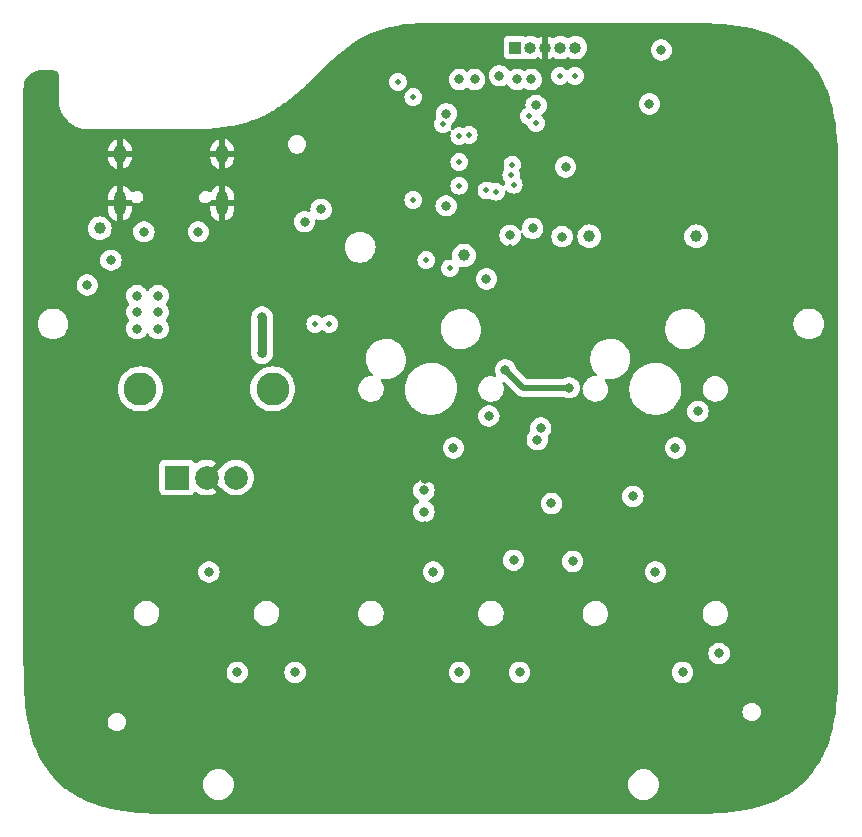
<source format=gbr>
%TF.GenerationSoftware,KiCad,Pcbnew,7.0.1*%
%TF.CreationDate,2023-07-01T02:03:31-04:00*%
%TF.ProjectId,Fluxpad,466c7578-7061-4642-9e6b-696361645f70,rev?*%
%TF.SameCoordinates,Original*%
%TF.FileFunction,Copper,L3,Inr*%
%TF.FilePolarity,Positive*%
%FSLAX46Y46*%
G04 Gerber Fmt 4.6, Leading zero omitted, Abs format (unit mm)*
G04 Created by KiCad (PCBNEW 7.0.1) date 2023-07-01 02:03:31*
%MOMM*%
%LPD*%
G01*
G04 APERTURE LIST*
%TA.AperFunction,ComponentPad*%
%ADD10R,2.000000X2.000000*%
%TD*%
%TA.AperFunction,ComponentPad*%
%ADD11C,2.000000*%
%TD*%
%TA.AperFunction,ComponentPad*%
%ADD12C,2.800000*%
%TD*%
%TA.AperFunction,ComponentPad*%
%ADD13R,1.000000X1.000000*%
%TD*%
%TA.AperFunction,ComponentPad*%
%ADD14O,1.000000X1.000000*%
%TD*%
%TA.AperFunction,ComponentPad*%
%ADD15O,1.000000X1.600000*%
%TD*%
%TA.AperFunction,ComponentPad*%
%ADD16O,1.000000X2.100000*%
%TD*%
%TA.AperFunction,ViaPad*%
%ADD17C,0.800000*%
%TD*%
%TA.AperFunction,ViaPad*%
%ADD18C,0.500000*%
%TD*%
%TA.AperFunction,ViaPad*%
%ADD19C,1.000000*%
%TD*%
%TA.AperFunction,Conductor*%
%ADD20C,0.500000*%
%TD*%
%TA.AperFunction,Conductor*%
%ADD21C,0.800000*%
%TD*%
G04 APERTURE END LIST*
D10*
%TO.N,/ENCA*%
%TO.C,SW3*%
X138500000Y-117500000D03*
D11*
%TO.N,/ENCB*%
X143500000Y-117500000D03*
%TO.N,GND*%
X141000000Y-117500000D03*
D12*
%TO.N,N/C*%
X135400000Y-110000000D03*
X146600000Y-110000000D03*
%TD*%
D13*
%TO.N,/UART0_TX*%
%TO.C,J4*%
X167150000Y-81100000D03*
D14*
%TO.N,/UART0_RX*%
X168420000Y-81100000D03*
%TO.N,GND*%
X169690000Y-81100000D03*
%TO.N,/SWDIO*%
X170960000Y-81100000D03*
%TO.N,/SWCLK*%
X172230000Y-81100000D03*
%TD*%
D15*
%TO.N,GND*%
%TO.C,J1*%
X133680000Y-90100000D03*
D16*
X133680000Y-94280000D03*
D15*
X142320000Y-90100000D03*
D16*
X142320000Y-94280000D03*
%TD*%
D17*
%TO.N,GND*%
X154000000Y-82500000D03*
X183500000Y-81500000D03*
X192000000Y-98000000D03*
X192000000Y-111000000D03*
X192000000Y-127000000D03*
X128000000Y-135000000D03*
X128000000Y-90000000D03*
X128000000Y-98000000D03*
X128000000Y-111050000D03*
X128000000Y-119000000D03*
X128000000Y-127000000D03*
X135500000Y-143500000D03*
X148500000Y-143500000D03*
X159950000Y-143500000D03*
X171000000Y-143500000D03*
X184500000Y-143500000D03*
X191800000Y-135000000D03*
X192000000Y-119000000D03*
X192000000Y-90000000D03*
D18*
%TO.N,+1V1*%
X162400000Y-92800000D03*
X157200000Y-84000000D03*
X162400000Y-90800000D03*
X161000000Y-87600000D03*
X166900000Y-91000000D03*
X158500000Y-85300000D03*
D17*
%TO.N,Net-(D1-A)*%
X161900000Y-115000000D03*
%TO.N,+3V3*%
X171100000Y-97100000D03*
X178500000Y-85874500D03*
X145700000Y-107000000D03*
D18*
X158500000Y-94000000D03*
D17*
X179500000Y-81300000D03*
X166700000Y-97000000D03*
X135100000Y-103500000D03*
X145700000Y-103900000D03*
X171400000Y-91200000D03*
X150700000Y-94800000D03*
X135100000Y-104900000D03*
X136900000Y-102100000D03*
X136900000Y-103500000D03*
X171700000Y-109900000D03*
X161287500Y-94500000D03*
X135100000Y-102100000D03*
X161300000Y-86700000D03*
X149300000Y-95850000D03*
X166300000Y-108400000D03*
X136900000Y-104900000D03*
%TO.N,SW1*%
X168600000Y-96400000D03*
X164700000Y-100700000D03*
%TO.N,SW4*%
X167000000Y-124500000D03*
X169000000Y-114300000D03*
%TO.N,+5V*%
X170200000Y-119700000D03*
X160200000Y-125500000D03*
D19*
X173400000Y-97075000D03*
X162800000Y-98700000D03*
D17*
X130900000Y-101200000D03*
X177100000Y-119100000D03*
X159400000Y-118600000D03*
X135700000Y-96700000D03*
X132900000Y-99100000D03*
X159400000Y-120400000D03*
D19*
X131950000Y-96400000D03*
D17*
X140300000Y-96700000D03*
X179000000Y-125500000D03*
X141200000Y-125500000D03*
D19*
X182450000Y-97075000D03*
D17*
%TO.N,GND*%
X138800000Y-134000000D03*
X143600000Y-88500000D03*
X130925000Y-105800000D03*
D18*
X162000000Y-97800000D03*
D17*
X164200000Y-89000000D03*
X160700000Y-98600000D03*
X164725000Y-89950000D03*
X159500000Y-121600000D03*
X141000000Y-132700000D03*
X132850000Y-108150000D03*
X174771142Y-87973223D03*
X179500000Y-120200000D03*
X184900000Y-102200000D03*
X172900000Y-93400000D03*
X157550000Y-97000000D03*
X157800000Y-123400000D03*
X171200000Y-94300000D03*
D18*
X167300000Y-85724500D03*
D17*
X160600000Y-81200000D03*
X133400000Y-96500000D03*
X160000000Y-132600000D03*
X177000000Y-126400000D03*
X179000000Y-132600000D03*
X156200000Y-88000000D03*
X165900000Y-102000000D03*
X163675000Y-89950000D03*
X176700000Y-115000000D03*
D18*
X166700000Y-98000000D03*
D17*
X142600000Y-96500000D03*
X159800000Y-84900000D03*
X149300000Y-100100000D03*
X143800000Y-103700000D03*
X165775000Y-89950000D03*
X165300000Y-89000000D03*
X143950000Y-96500000D03*
X132400000Y-88500000D03*
X140100000Y-123600000D03*
X168800000Y-119700000D03*
X177550000Y-93000000D03*
X176800000Y-134000000D03*
X178800000Y-89300000D03*
X157900000Y-115000000D03*
X150700000Y-91400000D03*
X187400000Y-92700000D03*
D18*
X163100000Y-85400000D03*
D17*
X159500000Y-117600000D03*
X157800000Y-134000000D03*
%TO.N,Net-(D2-A)*%
X180700000Y-115000000D03*
%TO.N,Net-(D3-A)*%
X143600000Y-134000000D03*
%TO.N,Net-(D4-A)*%
X162400000Y-134000000D03*
D18*
%TO.N,/UART0_TX*%
X162400000Y-88600000D03*
%TO.N,/UART0_RX*%
X163200000Y-88500000D03*
%TO.N,/SWDIO*%
X168300000Y-86900000D03*
X170900000Y-83500000D03*
X166800000Y-91900000D03*
%TO.N,/SWCLK*%
X167000000Y-92700000D03*
X172200000Y-83500000D03*
X168900000Y-87500000D03*
D17*
%TO.N,/RGB_DOUT*%
X168900000Y-86000000D03*
%TO.N,/SW5*%
X169300000Y-113300000D03*
X172000000Y-124600000D03*
%TO.N,Net-(D8-A)*%
X181300000Y-134000000D03*
%TO.N,/LED1*%
X165791237Y-83483675D03*
X164900000Y-112300000D03*
%TO.N,/LED2*%
X167300000Y-83800000D03*
X182600000Y-111900000D03*
%TO.N,/LED3*%
X148500000Y-134000000D03*
X162400000Y-83800000D03*
%TO.N,/LED4*%
X163700000Y-83800000D03*
X167500000Y-134000000D03*
%TO.N,/LED5*%
X168500000Y-83800000D03*
X184400000Y-132400000D03*
D18*
%TO.N,/ENCA*%
X164700000Y-93200000D03*
X150200000Y-104500000D03*
X159600000Y-99100000D03*
%TO.N,/ENCB*%
X161600000Y-99800000D03*
X151400000Y-104500000D03*
X165500000Y-93300000D03*
%TD*%
D20*
%TO.N,+3V3*%
X167800000Y-109900000D02*
X171700000Y-109900000D01*
D21*
X145700000Y-107000000D02*
X145700000Y-103900000D01*
D20*
X166300000Y-108400000D02*
X167800000Y-109900000D01*
%TD*%
%TA.AperFunction,Conductor*%
%TO.N,GND*%
G36*
X181644572Y-79001057D02*
G01*
X181644645Y-79001058D01*
X182284918Y-79004864D01*
X182286049Y-79004876D01*
X182920541Y-79014892D01*
X182922268Y-79014932D01*
X183549536Y-79033831D01*
X183551780Y-79033919D01*
X184170716Y-79064105D01*
X184173349Y-79064263D01*
X184782467Y-79107860D01*
X184785722Y-79108137D01*
X185383509Y-79166999D01*
X185387264Y-79167427D01*
X185972549Y-79243194D01*
X185976676Y-79243801D01*
X186548128Y-79337856D01*
X186552762Y-79338710D01*
X187108982Y-79452187D01*
X187114004Y-79453321D01*
X187653894Y-79587179D01*
X187659291Y-79588649D01*
X187953079Y-79675802D01*
X188181634Y-79743605D01*
X188187389Y-79745466D01*
X188554190Y-79874050D01*
X188691227Y-79922089D01*
X188697236Y-79924373D01*
X188967586Y-80035258D01*
X189181641Y-80123054D01*
X189187889Y-80125820D01*
X189283177Y-80171186D01*
X189652071Y-80346815D01*
X189658428Y-80350071D01*
X190101812Y-80593566D01*
X190108214Y-80597337D01*
X190530221Y-80863371D01*
X190536613Y-80867684D01*
X190936848Y-81156264D01*
X190943095Y-81161078D01*
X191321285Y-81472185D01*
X191327300Y-81477468D01*
X191683261Y-81811050D01*
X191688949Y-81816738D01*
X192022523Y-82172688D01*
X192027800Y-82178696D01*
X192338930Y-82556918D01*
X192343739Y-82563158D01*
X192632317Y-82963390D01*
X192636632Y-82969785D01*
X192728422Y-83115390D01*
X192900425Y-83388235D01*
X192902644Y-83391754D01*
X192906432Y-83398184D01*
X193116409Y-83780535D01*
X193149913Y-83841543D01*
X193153183Y-83847929D01*
X193374178Y-84312110D01*
X193376944Y-84318358D01*
X193575623Y-84802755D01*
X193577916Y-84808789D01*
X193754533Y-85312608D01*
X193756392Y-85318359D01*
X193784632Y-85413551D01*
X193911344Y-85840687D01*
X193912821Y-85846112D01*
X194046673Y-86385978D01*
X194047814Y-86391032D01*
X194161287Y-86947229D01*
X194162144Y-86951878D01*
X194256188Y-87523268D01*
X194256808Y-87527486D01*
X194332572Y-88112734D01*
X194333001Y-88116503D01*
X194391859Y-88714256D01*
X194392140Y-88717554D01*
X194410273Y-88970891D01*
X194432429Y-89280456D01*
X194435729Y-89326554D01*
X194435898Y-89329367D01*
X194466077Y-89948187D01*
X194466168Y-89950493D01*
X194485065Y-90577703D01*
X194485106Y-90579480D01*
X194495121Y-91213907D01*
X194495134Y-91215127D01*
X194498939Y-91855099D01*
X194498941Y-91855728D01*
X194499500Y-92500456D01*
X194499500Y-132499544D01*
X194498941Y-133144270D01*
X194498939Y-133144899D01*
X194495134Y-133784871D01*
X194495121Y-133786091D01*
X194485106Y-134420518D01*
X194485065Y-134422295D01*
X194466168Y-135049505D01*
X194466077Y-135051811D01*
X194435898Y-135670631D01*
X194435729Y-135673444D01*
X194392140Y-136282444D01*
X194391859Y-136285742D01*
X194333001Y-136883495D01*
X194332572Y-136887264D01*
X194256808Y-137472512D01*
X194256188Y-137476730D01*
X194162144Y-138048120D01*
X194161287Y-138052769D01*
X194047814Y-138608966D01*
X194046673Y-138614020D01*
X193912821Y-139153886D01*
X193911344Y-139159311D01*
X193756394Y-139681635D01*
X193754533Y-139687390D01*
X193577916Y-140191209D01*
X193575623Y-140197243D01*
X193376944Y-140681640D01*
X193374178Y-140687888D01*
X193153183Y-141152069D01*
X193149913Y-141158455D01*
X192906437Y-141601806D01*
X192902644Y-141608244D01*
X192636632Y-142030213D01*
X192632317Y-142036608D01*
X192343739Y-142436840D01*
X192338920Y-142443094D01*
X192027806Y-142821295D01*
X192022523Y-142827310D01*
X191688949Y-143183260D01*
X191683261Y-143188948D01*
X191327300Y-143522530D01*
X191321285Y-143527813D01*
X190943095Y-143838920D01*
X190936841Y-143843739D01*
X190536616Y-144132312D01*
X190530221Y-144136627D01*
X190108232Y-144402650D01*
X190101794Y-144406443D01*
X189658442Y-144649920D01*
X189652056Y-144653190D01*
X189187889Y-144874178D01*
X189181641Y-144876944D01*
X188697255Y-145075618D01*
X188691221Y-145077911D01*
X188187389Y-145254532D01*
X188181634Y-145256393D01*
X187659305Y-145411345D01*
X187653880Y-145412822D01*
X187114020Y-145546673D01*
X187108966Y-145547814D01*
X186552770Y-145661286D01*
X186548121Y-145662143D01*
X185976722Y-145756190D01*
X185972503Y-145756810D01*
X185387270Y-145832570D01*
X185383502Y-145832999D01*
X184785741Y-145891859D01*
X184782443Y-145892140D01*
X184223574Y-145932140D01*
X184173436Y-145935729D01*
X184170629Y-145935898D01*
X183551811Y-145966077D01*
X183549505Y-145966168D01*
X182922293Y-145985065D01*
X182920516Y-145985106D01*
X182286092Y-145995121D01*
X182284872Y-145995134D01*
X181644898Y-145998939D01*
X181644269Y-145998941D01*
X181001417Y-145999498D01*
X180999542Y-145999500D01*
X139000457Y-145999500D01*
X138998576Y-145999498D01*
X138355728Y-145998941D01*
X138355099Y-145998939D01*
X137715127Y-145995134D01*
X137713907Y-145995121D01*
X137079480Y-145985106D01*
X137077703Y-145985065D01*
X136450493Y-145966168D01*
X136448187Y-145966077D01*
X135863808Y-145937577D01*
X135829363Y-145935897D01*
X135826565Y-145935729D01*
X135716156Y-145927827D01*
X135217554Y-145892140D01*
X135214256Y-145891859D01*
X134616503Y-145833001D01*
X134612734Y-145832572D01*
X134027486Y-145756808D01*
X134023268Y-145756188D01*
X133451878Y-145662144D01*
X133447229Y-145661287D01*
X132891032Y-145547814D01*
X132885978Y-145546673D01*
X132346112Y-145412821D01*
X132340687Y-145411344D01*
X131893086Y-145278561D01*
X131818359Y-145256392D01*
X131812608Y-145254533D01*
X131812605Y-145254532D01*
X131713147Y-145219666D01*
X131308789Y-145077916D01*
X131302755Y-145075623D01*
X130818358Y-144876944D01*
X130812110Y-144874178D01*
X130347929Y-144653183D01*
X130341543Y-144649913D01*
X130313903Y-144634734D01*
X129898184Y-144406432D01*
X129891763Y-144402649D01*
X129644889Y-144247018D01*
X129469785Y-144136632D01*
X129463390Y-144132317D01*
X129063158Y-143843739D01*
X129056918Y-143838930D01*
X128678696Y-143527800D01*
X128672688Y-143522523D01*
X128648654Y-143500000D01*
X140694531Y-143500000D01*
X140714364Y-143726689D01*
X140773261Y-143946497D01*
X140869432Y-144152735D01*
X140999953Y-144339140D01*
X141160859Y-144500046D01*
X141347264Y-144630567D01*
X141347265Y-144630567D01*
X141347266Y-144630568D01*
X141553504Y-144726739D01*
X141773308Y-144785635D01*
X141858262Y-144793067D01*
X141943214Y-144800500D01*
X141943216Y-144800500D01*
X142056784Y-144800500D01*
X142056786Y-144800500D01*
X142124747Y-144794554D01*
X142226692Y-144785635D01*
X142446496Y-144726739D01*
X142652734Y-144630568D01*
X142839139Y-144500047D01*
X143000047Y-144339139D01*
X143130568Y-144152734D01*
X143226739Y-143946496D01*
X143285635Y-143726692D01*
X143305468Y-143500000D01*
X143305468Y-143499999D01*
X176694531Y-143499999D01*
X176714364Y-143726689D01*
X176773261Y-143946497D01*
X176869432Y-144152735D01*
X176999953Y-144339140D01*
X177160859Y-144500046D01*
X177347264Y-144630567D01*
X177347265Y-144630567D01*
X177347266Y-144630568D01*
X177553504Y-144726739D01*
X177773308Y-144785635D01*
X177858262Y-144793067D01*
X177943214Y-144800500D01*
X177943216Y-144800500D01*
X178056784Y-144800500D01*
X178056786Y-144800500D01*
X178124747Y-144794554D01*
X178226692Y-144785635D01*
X178446496Y-144726739D01*
X178652734Y-144630568D01*
X178839139Y-144500047D01*
X179000047Y-144339139D01*
X179130568Y-144152734D01*
X179226739Y-143946496D01*
X179285635Y-143726692D01*
X179305468Y-143500000D01*
X179285635Y-143273308D01*
X179226739Y-143053504D01*
X179130568Y-142847266D01*
X179114552Y-142824393D01*
X179000046Y-142660859D01*
X178839140Y-142499953D01*
X178652735Y-142369432D01*
X178446497Y-142273261D01*
X178226689Y-142214364D01*
X178056786Y-142199500D01*
X178056784Y-142199500D01*
X177943216Y-142199500D01*
X177943214Y-142199500D01*
X177773310Y-142214364D01*
X177553502Y-142273261D01*
X177347264Y-142369432D01*
X177160859Y-142499953D01*
X176999953Y-142660859D01*
X176869432Y-142847264D01*
X176773261Y-143053502D01*
X176714364Y-143273310D01*
X176694531Y-143499999D01*
X143305468Y-143499999D01*
X143285635Y-143273308D01*
X143226739Y-143053504D01*
X143130568Y-142847266D01*
X143114552Y-142824393D01*
X143000046Y-142660859D01*
X142839140Y-142499953D01*
X142652735Y-142369432D01*
X142446497Y-142273261D01*
X142226689Y-142214364D01*
X142056786Y-142199500D01*
X142056784Y-142199500D01*
X141943216Y-142199500D01*
X141943214Y-142199500D01*
X141773310Y-142214364D01*
X141553502Y-142273261D01*
X141347264Y-142369432D01*
X141160859Y-142499953D01*
X140999953Y-142660859D01*
X140869432Y-142847264D01*
X140773261Y-143053502D01*
X140714364Y-143273310D01*
X140694531Y-143500000D01*
X128648654Y-143500000D01*
X128316738Y-143188949D01*
X128311050Y-143183261D01*
X127977468Y-142827300D01*
X127972185Y-142821285D01*
X127661078Y-142443095D01*
X127661077Y-142443094D01*
X127661072Y-142443088D01*
X127656259Y-142436841D01*
X127656258Y-142436840D01*
X127367684Y-142036613D01*
X127363371Y-142030221D01*
X127119335Y-141643109D01*
X127097337Y-141608214D01*
X127093562Y-141601806D01*
X126850071Y-141158428D01*
X126846815Y-141152069D01*
X126625820Y-140687889D01*
X126623054Y-140681641D01*
X126555222Y-140516261D01*
X126424373Y-140197236D01*
X126422087Y-140191221D01*
X126245466Y-139687389D01*
X126243605Y-139681634D01*
X126088653Y-139159305D01*
X126087176Y-139153880D01*
X126016004Y-138866824D01*
X125953321Y-138614004D01*
X125952184Y-138608966D01*
X125937918Y-138539042D01*
X125868749Y-138200000D01*
X132618586Y-138200000D01*
X132638178Y-138373878D01*
X132638178Y-138373880D01*
X132638179Y-138373881D01*
X132695971Y-138539042D01*
X132789067Y-138687203D01*
X132912797Y-138810933D01*
X133060958Y-138904029D01*
X133226119Y-138961821D01*
X133278230Y-138967692D01*
X133356394Y-138976500D01*
X133356397Y-138976500D01*
X133443603Y-138976500D01*
X133443606Y-138976500D01*
X133508742Y-138969160D01*
X133573881Y-138961821D01*
X133739042Y-138904029D01*
X133887203Y-138810933D01*
X134010933Y-138687203D01*
X134104029Y-138539042D01*
X134161821Y-138373881D01*
X134181413Y-138200000D01*
X134161821Y-138026119D01*
X134104029Y-137860958D01*
X134010933Y-137712797D01*
X133887203Y-137589067D01*
X133739042Y-137495971D01*
X133573881Y-137438179D01*
X133573880Y-137438178D01*
X133573878Y-137438178D01*
X133443606Y-137423500D01*
X133443603Y-137423500D01*
X133356397Y-137423500D01*
X133356394Y-137423500D01*
X133226121Y-137438178D01*
X133060957Y-137495971D01*
X132912795Y-137589068D01*
X132789068Y-137712795D01*
X132695971Y-137860957D01*
X132638178Y-138026121D01*
X132618586Y-138200000D01*
X125868749Y-138200000D01*
X125838710Y-138052762D01*
X125837855Y-138048121D01*
X125823505Y-137960933D01*
X125743801Y-137476676D01*
X125743194Y-137472549D01*
X125727330Y-137349999D01*
X186368586Y-137349999D01*
X186388178Y-137523878D01*
X186388178Y-137523880D01*
X186388179Y-137523881D01*
X186445971Y-137689042D01*
X186539067Y-137837203D01*
X186662797Y-137960933D01*
X186810958Y-138054029D01*
X186976119Y-138111821D01*
X187028230Y-138117692D01*
X187106394Y-138126500D01*
X187106397Y-138126500D01*
X187193603Y-138126500D01*
X187193606Y-138126500D01*
X187258742Y-138119160D01*
X187323881Y-138111821D01*
X187489042Y-138054029D01*
X187637203Y-137960933D01*
X187760933Y-137837203D01*
X187854029Y-137689042D01*
X187911821Y-137523881D01*
X187931413Y-137350000D01*
X187911821Y-137176119D01*
X187854029Y-137010958D01*
X187760933Y-136862797D01*
X187637203Y-136739067D01*
X187489042Y-136645971D01*
X187323881Y-136588179D01*
X187323880Y-136588178D01*
X187323878Y-136588178D01*
X187193606Y-136573500D01*
X187193603Y-136573500D01*
X187106397Y-136573500D01*
X187106394Y-136573500D01*
X186976121Y-136588178D01*
X186810957Y-136645971D01*
X186662795Y-136739068D01*
X186539068Y-136862795D01*
X186445971Y-137010957D01*
X186388178Y-137176121D01*
X186368586Y-137349999D01*
X125727330Y-137349999D01*
X125667427Y-136887264D01*
X125666999Y-136883502D01*
X125613470Y-136339877D01*
X125608137Y-136285722D01*
X125607858Y-136282443D01*
X125564263Y-135673349D01*
X125564105Y-135670716D01*
X125533919Y-135051780D01*
X125533830Y-135049505D01*
X125525835Y-134784151D01*
X125514932Y-134422268D01*
X125514892Y-134420516D01*
X125514704Y-134408578D01*
X125508254Y-134000000D01*
X142694540Y-134000000D01*
X142714326Y-134188257D01*
X142772820Y-134368284D01*
X142867466Y-134532216D01*
X142994129Y-134672889D01*
X143147269Y-134784151D01*
X143320197Y-134861144D01*
X143505352Y-134900500D01*
X143505354Y-134900500D01*
X143694646Y-134900500D01*
X143694648Y-134900500D01*
X143818083Y-134874262D01*
X143879803Y-134861144D01*
X144052730Y-134784151D01*
X144205871Y-134672888D01*
X144332533Y-134532216D01*
X144427179Y-134368284D01*
X144485674Y-134188256D01*
X144505460Y-134000000D01*
X147594540Y-134000000D01*
X147614326Y-134188257D01*
X147672820Y-134368284D01*
X147767466Y-134532216D01*
X147894129Y-134672889D01*
X148047269Y-134784151D01*
X148220197Y-134861144D01*
X148405352Y-134900500D01*
X148405354Y-134900500D01*
X148594646Y-134900500D01*
X148594648Y-134900500D01*
X148718083Y-134874262D01*
X148779803Y-134861144D01*
X148952730Y-134784151D01*
X149105871Y-134672888D01*
X149232533Y-134532216D01*
X149327179Y-134368284D01*
X149385674Y-134188256D01*
X149405460Y-134000000D01*
X161494540Y-134000000D01*
X161514326Y-134188257D01*
X161572820Y-134368284D01*
X161667466Y-134532216D01*
X161794129Y-134672889D01*
X161947269Y-134784151D01*
X162120197Y-134861144D01*
X162305352Y-134900500D01*
X162305354Y-134900500D01*
X162494646Y-134900500D01*
X162494648Y-134900500D01*
X162618083Y-134874262D01*
X162679803Y-134861144D01*
X162852730Y-134784151D01*
X163005871Y-134672888D01*
X163132533Y-134532216D01*
X163227179Y-134368284D01*
X163285674Y-134188256D01*
X163305460Y-134000000D01*
X166594540Y-134000000D01*
X166614326Y-134188257D01*
X166672820Y-134368284D01*
X166767466Y-134532216D01*
X166894129Y-134672889D01*
X167047269Y-134784151D01*
X167220197Y-134861144D01*
X167405352Y-134900500D01*
X167405354Y-134900500D01*
X167594646Y-134900500D01*
X167594648Y-134900500D01*
X167718083Y-134874262D01*
X167779803Y-134861144D01*
X167952730Y-134784151D01*
X168105871Y-134672888D01*
X168232533Y-134532216D01*
X168327179Y-134368284D01*
X168385674Y-134188256D01*
X168405460Y-134000000D01*
X180394540Y-134000000D01*
X180414326Y-134188257D01*
X180472820Y-134368284D01*
X180567466Y-134532216D01*
X180694129Y-134672889D01*
X180847269Y-134784151D01*
X181020197Y-134861144D01*
X181205352Y-134900500D01*
X181205354Y-134900500D01*
X181394646Y-134900500D01*
X181394648Y-134900500D01*
X181518083Y-134874262D01*
X181579803Y-134861144D01*
X181752730Y-134784151D01*
X181905871Y-134672888D01*
X182032533Y-134532216D01*
X182127179Y-134368284D01*
X182185674Y-134188256D01*
X182205460Y-134000000D01*
X182185674Y-133811744D01*
X182127179Y-133631716D01*
X182127179Y-133631715D01*
X182032533Y-133467783D01*
X181905870Y-133327110D01*
X181752730Y-133215848D01*
X181579802Y-133138855D01*
X181394648Y-133099500D01*
X181394646Y-133099500D01*
X181205354Y-133099500D01*
X181205352Y-133099500D01*
X181020197Y-133138855D01*
X180847269Y-133215848D01*
X180694129Y-133327110D01*
X180567466Y-133467783D01*
X180472820Y-133631715D01*
X180414326Y-133811742D01*
X180394540Y-134000000D01*
X168405460Y-134000000D01*
X168385674Y-133811744D01*
X168327179Y-133631716D01*
X168327179Y-133631715D01*
X168232533Y-133467783D01*
X168105870Y-133327110D01*
X167952730Y-133215848D01*
X167779802Y-133138855D01*
X167594648Y-133099500D01*
X167594646Y-133099500D01*
X167405354Y-133099500D01*
X167405352Y-133099500D01*
X167220197Y-133138855D01*
X167047269Y-133215848D01*
X166894129Y-133327110D01*
X166767466Y-133467783D01*
X166672820Y-133631715D01*
X166614326Y-133811742D01*
X166594540Y-134000000D01*
X163305460Y-134000000D01*
X163285674Y-133811744D01*
X163227179Y-133631716D01*
X163227179Y-133631715D01*
X163132533Y-133467783D01*
X163005870Y-133327110D01*
X162852730Y-133215848D01*
X162679802Y-133138855D01*
X162494648Y-133099500D01*
X162494646Y-133099500D01*
X162305354Y-133099500D01*
X162305352Y-133099500D01*
X162120197Y-133138855D01*
X161947269Y-133215848D01*
X161794129Y-133327110D01*
X161667466Y-133467783D01*
X161572820Y-133631715D01*
X161514326Y-133811742D01*
X161494540Y-134000000D01*
X149405460Y-134000000D01*
X149385674Y-133811744D01*
X149327179Y-133631716D01*
X149327179Y-133631715D01*
X149232533Y-133467783D01*
X149105870Y-133327110D01*
X148952730Y-133215848D01*
X148779802Y-133138855D01*
X148594648Y-133099500D01*
X148594646Y-133099500D01*
X148405354Y-133099500D01*
X148405352Y-133099500D01*
X148220197Y-133138855D01*
X148047269Y-133215848D01*
X147894129Y-133327110D01*
X147767466Y-133467783D01*
X147672820Y-133631715D01*
X147614326Y-133811742D01*
X147594540Y-134000000D01*
X144505460Y-134000000D01*
X144485674Y-133811744D01*
X144427179Y-133631716D01*
X144427179Y-133631715D01*
X144332533Y-133467783D01*
X144205870Y-133327110D01*
X144052730Y-133215848D01*
X143879802Y-133138855D01*
X143694648Y-133099500D01*
X143694646Y-133099500D01*
X143505354Y-133099500D01*
X143505352Y-133099500D01*
X143320197Y-133138855D01*
X143147269Y-133215848D01*
X142994129Y-133327110D01*
X142867466Y-133467783D01*
X142772820Y-133631715D01*
X142714326Y-133811742D01*
X142694540Y-134000000D01*
X125508254Y-134000000D01*
X125504876Y-133786049D01*
X125504864Y-133784872D01*
X125504864Y-133784871D01*
X125501058Y-133144612D01*
X125500500Y-132499542D01*
X125500500Y-132399999D01*
X183494540Y-132399999D01*
X183514326Y-132588257D01*
X183572820Y-132768284D01*
X183667466Y-132932216D01*
X183794129Y-133072889D01*
X183947269Y-133184151D01*
X184120197Y-133261144D01*
X184305352Y-133300500D01*
X184305354Y-133300500D01*
X184494646Y-133300500D01*
X184494648Y-133300500D01*
X184618084Y-133274262D01*
X184679803Y-133261144D01*
X184852730Y-133184151D01*
X184855084Y-133182441D01*
X185005870Y-133072889D01*
X185132533Y-132932216D01*
X185227179Y-132768284D01*
X185227179Y-132768283D01*
X185285674Y-132588256D01*
X185305460Y-132400000D01*
X185285674Y-132211744D01*
X185227179Y-132031716D01*
X185227179Y-132031715D01*
X185132533Y-131867783D01*
X185005870Y-131727110D01*
X184852730Y-131615848D01*
X184679802Y-131538855D01*
X184494648Y-131499500D01*
X184494646Y-131499500D01*
X184305354Y-131499500D01*
X184305352Y-131499500D01*
X184120197Y-131538855D01*
X183947269Y-131615848D01*
X183794129Y-131727110D01*
X183667466Y-131867783D01*
X183572820Y-132031715D01*
X183514326Y-132211742D01*
X183494540Y-132399999D01*
X125500500Y-132399999D01*
X125500500Y-128948593D01*
X134840832Y-128948593D01*
X134850605Y-129153756D01*
X134899029Y-129353362D01*
X134942619Y-129448811D01*
X134984354Y-129540199D01*
X135090732Y-129689584D01*
X135103494Y-129707506D01*
X135252146Y-129849245D01*
X135424936Y-129960291D01*
X135615618Y-130036629D01*
X135817302Y-130075500D01*
X135971227Y-130075500D01*
X135971232Y-130075500D01*
X136124466Y-130060868D01*
X136321541Y-130003001D01*
X136504104Y-129908884D01*
X136665556Y-129781916D01*
X136800061Y-129626689D01*
X136902759Y-129448811D01*
X136969937Y-129254712D01*
X136999168Y-129051407D01*
X136994270Y-128948593D01*
X145000832Y-128948593D01*
X145010605Y-129153756D01*
X145059029Y-129353362D01*
X145102619Y-129448811D01*
X145144354Y-129540199D01*
X145250732Y-129689584D01*
X145263494Y-129707506D01*
X145412146Y-129849245D01*
X145584936Y-129960291D01*
X145775618Y-130036629D01*
X145977302Y-130075500D01*
X146131227Y-130075500D01*
X146131232Y-130075500D01*
X146284466Y-130060868D01*
X146481541Y-130003001D01*
X146664104Y-129908884D01*
X146825556Y-129781916D01*
X146960061Y-129626689D01*
X147062759Y-129448811D01*
X147129937Y-129254712D01*
X147159168Y-129051407D01*
X147154270Y-128948593D01*
X153840832Y-128948593D01*
X153850605Y-129153756D01*
X153899029Y-129353362D01*
X153942619Y-129448811D01*
X153984354Y-129540199D01*
X154090732Y-129689584D01*
X154103494Y-129707506D01*
X154252146Y-129849245D01*
X154424936Y-129960291D01*
X154615618Y-130036629D01*
X154817302Y-130075500D01*
X154971227Y-130075500D01*
X154971232Y-130075500D01*
X155124466Y-130060868D01*
X155321541Y-130003001D01*
X155504104Y-129908884D01*
X155665556Y-129781916D01*
X155800061Y-129626689D01*
X155902759Y-129448811D01*
X155969937Y-129254712D01*
X155999168Y-129051407D01*
X155994270Y-128948593D01*
X164000832Y-128948593D01*
X164010605Y-129153756D01*
X164059029Y-129353362D01*
X164102619Y-129448811D01*
X164144354Y-129540199D01*
X164250732Y-129689584D01*
X164263494Y-129707506D01*
X164412146Y-129849245D01*
X164584936Y-129960291D01*
X164775618Y-130036629D01*
X164977302Y-130075500D01*
X165131227Y-130075500D01*
X165131232Y-130075500D01*
X165284466Y-130060868D01*
X165481541Y-130003001D01*
X165664104Y-129908884D01*
X165825556Y-129781916D01*
X165960061Y-129626689D01*
X166062759Y-129448811D01*
X166129937Y-129254712D01*
X166159168Y-129051407D01*
X166154539Y-128954226D01*
X172840832Y-128954226D01*
X172850605Y-129159389D01*
X172899029Y-129358995D01*
X172940047Y-129448812D01*
X172984354Y-129545832D01*
X173041933Y-129626689D01*
X173103494Y-129713139D01*
X173252146Y-129854878D01*
X173424936Y-129965924D01*
X173615618Y-130042262D01*
X173817302Y-130081133D01*
X173971227Y-130081133D01*
X173971232Y-130081133D01*
X174124466Y-130066501D01*
X174321541Y-130008634D01*
X174504104Y-129914517D01*
X174665556Y-129787549D01*
X174800061Y-129632322D01*
X174902759Y-129454444D01*
X174969937Y-129260345D01*
X174999168Y-129057040D01*
X174994270Y-128954226D01*
X183000832Y-128954226D01*
X183010605Y-129159389D01*
X183059029Y-129358995D01*
X183100047Y-129448812D01*
X183144354Y-129545832D01*
X183201933Y-129626689D01*
X183263494Y-129713139D01*
X183412146Y-129854878D01*
X183584936Y-129965924D01*
X183775618Y-130042262D01*
X183977302Y-130081133D01*
X184131227Y-130081133D01*
X184131232Y-130081133D01*
X184284466Y-130066501D01*
X184481541Y-130008634D01*
X184664104Y-129914517D01*
X184825556Y-129787549D01*
X184960061Y-129632322D01*
X185062759Y-129454444D01*
X185129937Y-129260345D01*
X185159168Y-129057040D01*
X185149395Y-128851877D01*
X185100971Y-128652271D01*
X185015647Y-128465437D01*
X185015646Y-128465436D01*
X185015645Y-128465433D01*
X184896507Y-128298129D01*
X184896506Y-128298127D01*
X184747854Y-128156388D01*
X184655056Y-128096750D01*
X184575065Y-128045342D01*
X184448121Y-127994521D01*
X184384382Y-127969004D01*
X184384381Y-127969003D01*
X184384379Y-127969003D01*
X184182698Y-127930133D01*
X184028768Y-127930133D01*
X183934526Y-127939132D01*
X183875531Y-127944765D01*
X183678460Y-128002631D01*
X183495893Y-128096750D01*
X183334445Y-128223715D01*
X183199937Y-128378945D01*
X183097241Y-128556820D01*
X183030062Y-128750920D01*
X183001642Y-128948591D01*
X183000832Y-128954226D01*
X174994270Y-128954226D01*
X174989395Y-128851877D01*
X174940971Y-128652271D01*
X174855647Y-128465437D01*
X174855646Y-128465436D01*
X174855645Y-128465433D01*
X174736507Y-128298129D01*
X174736506Y-128298127D01*
X174587854Y-128156388D01*
X174495056Y-128096750D01*
X174415065Y-128045342D01*
X174288121Y-127994521D01*
X174224382Y-127969004D01*
X174224381Y-127969003D01*
X174224379Y-127969003D01*
X174022698Y-127930133D01*
X173868768Y-127930133D01*
X173774526Y-127939132D01*
X173715531Y-127944765D01*
X173518460Y-128002631D01*
X173335893Y-128096750D01*
X173174445Y-128223715D01*
X173039937Y-128378945D01*
X172937241Y-128556820D01*
X172870062Y-128750920D01*
X172841642Y-128948591D01*
X172840832Y-128954226D01*
X166154539Y-128954226D01*
X166149395Y-128846244D01*
X166100971Y-128646638D01*
X166015647Y-128459804D01*
X166015646Y-128459803D01*
X166015645Y-128459800D01*
X165936219Y-128348264D01*
X165896506Y-128292494D01*
X165747854Y-128150755D01*
X165663821Y-128096750D01*
X165575065Y-128039709D01*
X165398450Y-127969003D01*
X165384382Y-127963371D01*
X165384381Y-127963370D01*
X165384379Y-127963370D01*
X165182698Y-127924500D01*
X165028768Y-127924500D01*
X164932996Y-127933644D01*
X164875531Y-127939132D01*
X164678460Y-127996998D01*
X164495893Y-128091117D01*
X164334445Y-128218082D01*
X164199937Y-128373312D01*
X164097241Y-128551187D01*
X164030062Y-128745287D01*
X164000832Y-128948591D01*
X164000832Y-128948593D01*
X155994270Y-128948593D01*
X155989395Y-128846244D01*
X155940971Y-128646638D01*
X155855647Y-128459804D01*
X155855646Y-128459803D01*
X155855645Y-128459800D01*
X155776219Y-128348264D01*
X155736506Y-128292494D01*
X155587854Y-128150755D01*
X155503821Y-128096750D01*
X155415065Y-128039709D01*
X155238450Y-127969003D01*
X155224382Y-127963371D01*
X155224381Y-127963370D01*
X155224379Y-127963370D01*
X155022698Y-127924500D01*
X154868768Y-127924500D01*
X154772996Y-127933644D01*
X154715531Y-127939132D01*
X154518460Y-127996998D01*
X154335893Y-128091117D01*
X154174445Y-128218082D01*
X154039937Y-128373312D01*
X153937241Y-128551187D01*
X153870062Y-128745287D01*
X153840832Y-128948591D01*
X153840832Y-128948593D01*
X147154270Y-128948593D01*
X147149395Y-128846244D01*
X147100971Y-128646638D01*
X147015647Y-128459804D01*
X147015646Y-128459803D01*
X147015645Y-128459800D01*
X146936219Y-128348264D01*
X146896506Y-128292494D01*
X146747854Y-128150755D01*
X146663821Y-128096750D01*
X146575065Y-128039709D01*
X146398450Y-127969003D01*
X146384382Y-127963371D01*
X146384381Y-127963370D01*
X146384379Y-127963370D01*
X146182698Y-127924500D01*
X146028768Y-127924500D01*
X145932996Y-127933644D01*
X145875531Y-127939132D01*
X145678460Y-127996998D01*
X145495893Y-128091117D01*
X145334445Y-128218082D01*
X145199937Y-128373312D01*
X145097241Y-128551187D01*
X145030062Y-128745287D01*
X145000832Y-128948591D01*
X145000832Y-128948593D01*
X136994270Y-128948593D01*
X136989395Y-128846244D01*
X136940971Y-128646638D01*
X136855647Y-128459804D01*
X136855646Y-128459803D01*
X136855645Y-128459800D01*
X136776219Y-128348264D01*
X136736506Y-128292494D01*
X136587854Y-128150755D01*
X136503821Y-128096750D01*
X136415065Y-128039709D01*
X136238450Y-127969003D01*
X136224382Y-127963371D01*
X136224381Y-127963370D01*
X136224379Y-127963370D01*
X136022698Y-127924500D01*
X135868768Y-127924500D01*
X135772996Y-127933644D01*
X135715531Y-127939132D01*
X135518460Y-127996998D01*
X135335893Y-128091117D01*
X135174445Y-128218082D01*
X135039937Y-128373312D01*
X134937241Y-128551187D01*
X134870062Y-128745287D01*
X134840832Y-128948591D01*
X134840832Y-128948593D01*
X125500500Y-128948593D01*
X125500500Y-125500000D01*
X140294540Y-125500000D01*
X140314326Y-125688257D01*
X140372820Y-125868284D01*
X140467466Y-126032216D01*
X140594129Y-126172889D01*
X140747269Y-126284151D01*
X140920197Y-126361144D01*
X141105352Y-126400500D01*
X141105354Y-126400500D01*
X141294646Y-126400500D01*
X141294648Y-126400500D01*
X141418083Y-126374262D01*
X141479803Y-126361144D01*
X141652730Y-126284151D01*
X141805871Y-126172888D01*
X141932533Y-126032216D01*
X142027179Y-125868284D01*
X142085674Y-125688256D01*
X142105460Y-125500000D01*
X159294540Y-125500000D01*
X159314326Y-125688257D01*
X159372820Y-125868284D01*
X159467466Y-126032216D01*
X159594129Y-126172889D01*
X159747269Y-126284151D01*
X159920197Y-126361144D01*
X160105352Y-126400500D01*
X160105354Y-126400500D01*
X160294646Y-126400500D01*
X160294648Y-126400500D01*
X160418083Y-126374262D01*
X160479803Y-126361144D01*
X160652730Y-126284151D01*
X160805871Y-126172888D01*
X160932533Y-126032216D01*
X161027179Y-125868284D01*
X161085674Y-125688256D01*
X161105460Y-125500000D01*
X161085674Y-125311744D01*
X161040557Y-125172888D01*
X161027179Y-125131715D01*
X160932533Y-124967783D01*
X160805870Y-124827110D01*
X160652730Y-124715848D01*
X160479802Y-124638855D01*
X160294648Y-124599500D01*
X160294646Y-124599500D01*
X160105354Y-124599500D01*
X160105352Y-124599500D01*
X159920197Y-124638855D01*
X159747269Y-124715848D01*
X159594129Y-124827110D01*
X159467466Y-124967783D01*
X159372820Y-125131715D01*
X159314326Y-125311742D01*
X159294540Y-125500000D01*
X142105460Y-125500000D01*
X142085674Y-125311744D01*
X142040557Y-125172888D01*
X142027179Y-125131715D01*
X141932533Y-124967783D01*
X141805870Y-124827110D01*
X141652730Y-124715848D01*
X141479802Y-124638855D01*
X141294648Y-124599500D01*
X141294646Y-124599500D01*
X141105354Y-124599500D01*
X141105352Y-124599500D01*
X140920197Y-124638855D01*
X140747269Y-124715848D01*
X140594129Y-124827110D01*
X140467466Y-124967783D01*
X140372820Y-125131715D01*
X140314326Y-125311742D01*
X140294540Y-125500000D01*
X125500500Y-125500000D01*
X125500500Y-124500000D01*
X166094540Y-124500000D01*
X166114326Y-124688257D01*
X166172820Y-124868284D01*
X166267466Y-125032216D01*
X166394129Y-125172889D01*
X166547269Y-125284151D01*
X166720197Y-125361144D01*
X166905352Y-125400500D01*
X166905354Y-125400500D01*
X167094646Y-125400500D01*
X167094648Y-125400500D01*
X167218084Y-125374262D01*
X167279803Y-125361144D01*
X167452730Y-125284151D01*
X167605871Y-125172888D01*
X167732533Y-125032216D01*
X167827179Y-124868284D01*
X167885674Y-124688256D01*
X167894950Y-124600000D01*
X171094540Y-124600000D01*
X171114326Y-124788257D01*
X171172820Y-124968284D01*
X171267466Y-125132216D01*
X171394129Y-125272889D01*
X171547269Y-125384151D01*
X171720197Y-125461144D01*
X171905352Y-125500500D01*
X171905354Y-125500500D01*
X172094646Y-125500500D01*
X172094648Y-125500500D01*
X172097000Y-125500000D01*
X178094540Y-125500000D01*
X178114326Y-125688257D01*
X178172820Y-125868284D01*
X178267466Y-126032216D01*
X178394129Y-126172889D01*
X178547269Y-126284151D01*
X178720197Y-126361144D01*
X178905352Y-126400500D01*
X178905354Y-126400500D01*
X179094646Y-126400500D01*
X179094648Y-126400500D01*
X179218083Y-126374262D01*
X179279803Y-126361144D01*
X179452730Y-126284151D01*
X179605871Y-126172888D01*
X179732533Y-126032216D01*
X179827179Y-125868284D01*
X179885674Y-125688256D01*
X179905460Y-125500000D01*
X179885674Y-125311744D01*
X179840557Y-125172888D01*
X179827179Y-125131715D01*
X179732533Y-124967783D01*
X179605870Y-124827110D01*
X179452730Y-124715848D01*
X179279802Y-124638855D01*
X179094648Y-124599500D01*
X179094646Y-124599500D01*
X178905354Y-124599500D01*
X178905352Y-124599500D01*
X178720197Y-124638855D01*
X178547269Y-124715848D01*
X178394129Y-124827110D01*
X178267466Y-124967783D01*
X178172820Y-125131715D01*
X178114326Y-125311742D01*
X178094540Y-125500000D01*
X172097000Y-125500000D01*
X172218084Y-125474262D01*
X172279803Y-125461144D01*
X172452730Y-125384151D01*
X172605871Y-125272888D01*
X172732533Y-125132216D01*
X172827179Y-124968284D01*
X172885674Y-124788256D01*
X172905460Y-124600000D01*
X172885674Y-124411744D01*
X172827179Y-124231716D01*
X172827179Y-124231715D01*
X172732533Y-124067783D01*
X172605870Y-123927110D01*
X172452730Y-123815848D01*
X172279802Y-123738855D01*
X172094648Y-123699500D01*
X172094646Y-123699500D01*
X171905354Y-123699500D01*
X171905352Y-123699500D01*
X171720197Y-123738855D01*
X171547269Y-123815848D01*
X171394129Y-123927110D01*
X171267466Y-124067783D01*
X171172820Y-124231715D01*
X171114326Y-124411742D01*
X171094540Y-124600000D01*
X167894950Y-124600000D01*
X167905460Y-124500000D01*
X167885674Y-124311744D01*
X167827179Y-124131716D01*
X167827179Y-124131715D01*
X167732533Y-123967783D01*
X167605870Y-123827110D01*
X167452730Y-123715848D01*
X167279802Y-123638855D01*
X167094648Y-123599500D01*
X167094646Y-123599500D01*
X166905354Y-123599500D01*
X166905352Y-123599500D01*
X166720197Y-123638855D01*
X166547269Y-123715848D01*
X166394129Y-123827110D01*
X166267466Y-123967783D01*
X166172820Y-124131715D01*
X166114326Y-124311742D01*
X166094540Y-124500000D01*
X125500500Y-124500000D01*
X125500500Y-120400000D01*
X158494540Y-120400000D01*
X158514326Y-120588257D01*
X158572820Y-120768284D01*
X158667466Y-120932216D01*
X158794129Y-121072889D01*
X158947269Y-121184151D01*
X159120197Y-121261144D01*
X159305352Y-121300500D01*
X159305354Y-121300500D01*
X159494646Y-121300500D01*
X159494648Y-121300500D01*
X159618084Y-121274262D01*
X159679803Y-121261144D01*
X159852730Y-121184151D01*
X160005871Y-121072888D01*
X160132533Y-120932216D01*
X160227179Y-120768284D01*
X160285674Y-120588256D01*
X160305460Y-120400000D01*
X160285674Y-120211744D01*
X160227179Y-120031716D01*
X160227179Y-120031715D01*
X160132533Y-119867783D01*
X160005870Y-119727110D01*
X159968556Y-119700000D01*
X169294540Y-119700000D01*
X169314326Y-119888257D01*
X169372820Y-120068284D01*
X169467466Y-120232216D01*
X169594129Y-120372889D01*
X169747269Y-120484151D01*
X169920197Y-120561144D01*
X170105352Y-120600500D01*
X170105354Y-120600500D01*
X170294646Y-120600500D01*
X170294648Y-120600500D01*
X170418084Y-120574262D01*
X170479803Y-120561144D01*
X170652730Y-120484151D01*
X170652729Y-120484151D01*
X170805870Y-120372889D01*
X170932533Y-120232216D01*
X171027179Y-120068284D01*
X171061991Y-119961144D01*
X171085674Y-119888256D01*
X171105460Y-119700000D01*
X171085674Y-119511744D01*
X171027179Y-119331716D01*
X171027179Y-119331715D01*
X170932533Y-119167783D01*
X170871500Y-119099999D01*
X176194540Y-119099999D01*
X176214326Y-119288257D01*
X176272820Y-119468284D01*
X176367466Y-119632216D01*
X176494129Y-119772889D01*
X176647269Y-119884151D01*
X176820197Y-119961144D01*
X177005352Y-120000500D01*
X177005354Y-120000500D01*
X177194646Y-120000500D01*
X177194648Y-120000500D01*
X177318083Y-119974262D01*
X177379803Y-119961144D01*
X177552730Y-119884151D01*
X177705871Y-119772888D01*
X177832533Y-119632216D01*
X177927179Y-119468284D01*
X177985674Y-119288256D01*
X178005460Y-119100000D01*
X177985674Y-118911744D01*
X177955332Y-118818363D01*
X177927179Y-118731715D01*
X177832533Y-118567783D01*
X177705870Y-118427110D01*
X177552730Y-118315848D01*
X177379802Y-118238855D01*
X177194648Y-118199500D01*
X177194646Y-118199500D01*
X177005354Y-118199500D01*
X177005352Y-118199500D01*
X176820197Y-118238855D01*
X176647269Y-118315848D01*
X176494129Y-118427110D01*
X176367466Y-118567783D01*
X176272820Y-118731715D01*
X176214326Y-118911742D01*
X176194540Y-119099999D01*
X170871500Y-119099999D01*
X170805870Y-119027110D01*
X170652730Y-118915848D01*
X170479802Y-118838855D01*
X170294648Y-118799500D01*
X170294646Y-118799500D01*
X170105354Y-118799500D01*
X170105352Y-118799500D01*
X169920197Y-118838855D01*
X169747269Y-118915848D01*
X169594129Y-119027110D01*
X169467466Y-119167783D01*
X169372820Y-119331715D01*
X169314326Y-119511742D01*
X169294540Y-119700000D01*
X159968556Y-119700000D01*
X159852731Y-119615849D01*
X159846961Y-119613280D01*
X159801852Y-119579041D01*
X159776671Y-119528316D01*
X159776671Y-119471684D01*
X159801852Y-119420959D01*
X159846961Y-119386720D01*
X159849527Y-119385576D01*
X159852730Y-119384151D01*
X159929300Y-119328519D01*
X160005870Y-119272889D01*
X160132533Y-119132216D01*
X160227179Y-118968284D01*
X160244216Y-118915849D01*
X160285674Y-118788256D01*
X160305460Y-118600000D01*
X160285674Y-118411744D01*
X160227179Y-118231716D01*
X160227179Y-118231715D01*
X160132533Y-118067783D01*
X160005870Y-117927110D01*
X159852730Y-117815848D01*
X159679802Y-117738855D01*
X159494648Y-117699500D01*
X159494646Y-117699500D01*
X159305354Y-117699500D01*
X159305352Y-117699500D01*
X159120197Y-117738855D01*
X158947269Y-117815848D01*
X158794129Y-117927110D01*
X158667466Y-118067783D01*
X158572820Y-118231715D01*
X158514326Y-118411742D01*
X158494540Y-118600000D01*
X158514326Y-118788257D01*
X158572820Y-118968284D01*
X158667466Y-119132216D01*
X158794129Y-119272889D01*
X158947269Y-119384151D01*
X158953040Y-119386721D01*
X158998148Y-119420960D01*
X159023328Y-119471685D01*
X159023328Y-119528315D01*
X158998148Y-119579040D01*
X158953040Y-119613279D01*
X158947269Y-119615848D01*
X158794129Y-119727110D01*
X158667466Y-119867783D01*
X158572820Y-120031715D01*
X158514326Y-120211742D01*
X158494540Y-120400000D01*
X125500500Y-120400000D01*
X125500500Y-118547869D01*
X136999500Y-118547869D01*
X137005909Y-118607484D01*
X137031056Y-118674907D01*
X137056204Y-118742331D01*
X137142454Y-118857546D01*
X137257669Y-118943796D01*
X137392517Y-118994091D01*
X137452127Y-119000500D01*
X139547872Y-119000499D01*
X139607483Y-118994091D01*
X139742331Y-118943796D01*
X139857546Y-118857546D01*
X139943796Y-118742331D01*
X139943796Y-118742328D01*
X139945460Y-118740107D01*
X139996629Y-118700125D01*
X140060989Y-118691488D01*
X140120889Y-118716563D01*
X140176766Y-118760054D01*
X140395393Y-118878368D01*
X140630506Y-118959083D01*
X140875707Y-119000000D01*
X141124293Y-119000000D01*
X141369493Y-118959083D01*
X141604606Y-118878368D01*
X141823233Y-118760053D01*
X141870056Y-118723609D01*
X140734128Y-117587681D01*
X140702034Y-117532094D01*
X140702034Y-117500001D01*
X141353553Y-117500001D01*
X142232110Y-118378558D01*
X142263496Y-118383962D01*
X142303261Y-118418712D01*
X142304877Y-118417225D01*
X142311834Y-118424783D01*
X142311836Y-118424785D01*
X142480256Y-118607738D01*
X142480259Y-118607740D01*
X142676485Y-118760470D01*
X142676487Y-118760471D01*
X142676491Y-118760474D01*
X142895190Y-118878828D01*
X143130386Y-118959571D01*
X143375665Y-119000500D01*
X143624335Y-119000500D01*
X143869614Y-118959571D01*
X144104810Y-118878828D01*
X144323509Y-118760474D01*
X144519744Y-118607738D01*
X144688164Y-118424785D01*
X144824173Y-118216607D01*
X144924063Y-117988881D01*
X144985108Y-117747821D01*
X145005643Y-117500000D01*
X144985108Y-117252179D01*
X144924063Y-117011119D01*
X144824173Y-116783393D01*
X144688164Y-116575215D01*
X144519744Y-116392262D01*
X144412141Y-116308511D01*
X144323514Y-116239529D01*
X144323510Y-116239526D01*
X144323509Y-116239526D01*
X144104810Y-116121172D01*
X144104806Y-116121170D01*
X144104805Y-116121170D01*
X143869615Y-116040429D01*
X143624335Y-115999500D01*
X143375665Y-115999500D01*
X143130384Y-116040429D01*
X142895194Y-116121170D01*
X142676485Y-116239529D01*
X142480259Y-116392259D01*
X142480256Y-116392261D01*
X142480256Y-116392262D01*
X142425144Y-116452130D01*
X142304877Y-116582774D01*
X142303262Y-116581287D01*
X142263493Y-116616038D01*
X142232109Y-116621441D01*
X141353553Y-117500000D01*
X141353553Y-117500001D01*
X140702034Y-117500001D01*
X140702034Y-117467906D01*
X140734128Y-117412319D01*
X141870057Y-116276389D01*
X141870056Y-116276388D01*
X141823235Y-116239947D01*
X141604606Y-116121631D01*
X141369493Y-116040916D01*
X141124293Y-116000000D01*
X140875707Y-116000000D01*
X140630506Y-116040916D01*
X140395393Y-116121631D01*
X140176767Y-116239945D01*
X140120888Y-116283437D01*
X140060988Y-116308511D01*
X139996629Y-116299874D01*
X139945460Y-116259893D01*
X139943796Y-116257671D01*
X139943796Y-116257669D01*
X139857546Y-116142454D01*
X139829114Y-116121170D01*
X139742331Y-116056204D01*
X139607483Y-116005909D01*
X139547873Y-115999500D01*
X139547869Y-115999500D01*
X137452130Y-115999500D01*
X137392515Y-116005909D01*
X137257669Y-116056204D01*
X137142454Y-116142454D01*
X137056204Y-116257668D01*
X137005909Y-116392516D01*
X136999500Y-116452130D01*
X136999500Y-118547869D01*
X125500500Y-118547869D01*
X125500500Y-115000000D01*
X160994540Y-115000000D01*
X161014326Y-115188257D01*
X161072820Y-115368284D01*
X161167466Y-115532216D01*
X161294129Y-115672889D01*
X161447269Y-115784151D01*
X161620197Y-115861144D01*
X161805352Y-115900500D01*
X161805354Y-115900500D01*
X161994646Y-115900500D01*
X161994648Y-115900500D01*
X162118084Y-115874262D01*
X162179803Y-115861144D01*
X162352730Y-115784151D01*
X162505871Y-115672888D01*
X162632533Y-115532216D01*
X162727179Y-115368284D01*
X162785674Y-115188256D01*
X162805460Y-115000000D01*
X162785674Y-114811744D01*
X162727179Y-114631716D01*
X162727179Y-114631715D01*
X162632533Y-114467783D01*
X162505870Y-114327110D01*
X162468555Y-114299999D01*
X168094540Y-114299999D01*
X168114326Y-114488257D01*
X168172820Y-114668284D01*
X168267466Y-114832216D01*
X168394129Y-114972889D01*
X168547269Y-115084151D01*
X168720197Y-115161144D01*
X168905352Y-115200500D01*
X168905354Y-115200500D01*
X169094646Y-115200500D01*
X169094648Y-115200500D01*
X169218083Y-115174262D01*
X169279803Y-115161144D01*
X169452730Y-115084151D01*
X169452729Y-115084151D01*
X169568554Y-115000000D01*
X179794540Y-115000000D01*
X179814326Y-115188257D01*
X179872820Y-115368284D01*
X179967466Y-115532216D01*
X180094129Y-115672889D01*
X180247269Y-115784151D01*
X180420197Y-115861144D01*
X180605352Y-115900500D01*
X180605354Y-115900500D01*
X180794646Y-115900500D01*
X180794648Y-115900500D01*
X180918084Y-115874262D01*
X180979803Y-115861144D01*
X181152730Y-115784151D01*
X181305871Y-115672888D01*
X181432533Y-115532216D01*
X181527179Y-115368284D01*
X181585674Y-115188256D01*
X181605460Y-115000000D01*
X181585674Y-114811744D01*
X181527179Y-114631716D01*
X181527179Y-114631715D01*
X181432533Y-114467783D01*
X181305870Y-114327110D01*
X181152730Y-114215848D01*
X180979802Y-114138855D01*
X180794648Y-114099500D01*
X180794646Y-114099500D01*
X180605354Y-114099500D01*
X180605352Y-114099500D01*
X180420197Y-114138855D01*
X180247269Y-114215848D01*
X180094129Y-114327110D01*
X179967466Y-114467783D01*
X179872820Y-114631715D01*
X179814326Y-114811742D01*
X179794540Y-115000000D01*
X169568554Y-115000000D01*
X169605870Y-114972889D01*
X169732533Y-114832216D01*
X169827179Y-114668284D01*
X169839061Y-114631715D01*
X169885674Y-114488256D01*
X169905460Y-114300000D01*
X169885674Y-114111744D01*
X169879998Y-114094278D01*
X169876640Y-114030180D01*
X169905780Y-113972988D01*
X169905868Y-113972890D01*
X169905871Y-113972888D01*
X170032533Y-113832216D01*
X170127179Y-113668284D01*
X170185674Y-113488256D01*
X170205460Y-113300000D01*
X170185674Y-113111744D01*
X170127179Y-112931716D01*
X170127179Y-112931715D01*
X170032533Y-112767783D01*
X169905870Y-112627110D01*
X169752730Y-112515848D01*
X169579802Y-112438855D01*
X169394648Y-112399500D01*
X169394646Y-112399500D01*
X169205354Y-112399500D01*
X169205352Y-112399500D01*
X169020197Y-112438855D01*
X168847269Y-112515848D01*
X168694129Y-112627110D01*
X168567466Y-112767783D01*
X168472820Y-112931715D01*
X168414326Y-113111742D01*
X168394540Y-113300000D01*
X168414326Y-113488257D01*
X168420001Y-113505721D01*
X168423360Y-113569820D01*
X168394220Y-113627012D01*
X168394131Y-113627109D01*
X168394129Y-113627112D01*
X168337884Y-113689577D01*
X168267464Y-113767786D01*
X168172820Y-113931715D01*
X168114326Y-114111742D01*
X168094540Y-114299999D01*
X162468555Y-114299999D01*
X162352730Y-114215848D01*
X162179802Y-114138855D01*
X161994648Y-114099500D01*
X161994646Y-114099500D01*
X161805354Y-114099500D01*
X161805352Y-114099500D01*
X161620197Y-114138855D01*
X161447269Y-114215848D01*
X161294129Y-114327110D01*
X161167466Y-114467783D01*
X161072820Y-114631715D01*
X161014326Y-114811742D01*
X160994540Y-115000000D01*
X125500500Y-115000000D01*
X125500500Y-112299999D01*
X163994540Y-112299999D01*
X164014326Y-112488257D01*
X164072820Y-112668284D01*
X164167466Y-112832216D01*
X164294129Y-112972889D01*
X164447269Y-113084151D01*
X164620197Y-113161144D01*
X164805352Y-113200500D01*
X164805354Y-113200500D01*
X164994646Y-113200500D01*
X164994648Y-113200500D01*
X165118084Y-113174262D01*
X165179803Y-113161144D01*
X165352730Y-113084151D01*
X165505871Y-112972888D01*
X165632533Y-112832216D01*
X165727179Y-112668284D01*
X165785674Y-112488256D01*
X165805460Y-112300000D01*
X165785674Y-112111744D01*
X165727179Y-111931716D01*
X165727179Y-111931715D01*
X165632533Y-111767783D01*
X165505870Y-111627110D01*
X165352730Y-111515848D01*
X165179802Y-111438855D01*
X164994648Y-111399500D01*
X164994646Y-111399500D01*
X164805354Y-111399500D01*
X164805352Y-111399500D01*
X164620197Y-111438855D01*
X164447269Y-111515848D01*
X164294129Y-111627110D01*
X164167466Y-111767783D01*
X164072820Y-111931715D01*
X164014326Y-112111742D01*
X163994540Y-112299999D01*
X125500500Y-112299999D01*
X125500500Y-110000000D01*
X133494644Y-110000000D01*
X133514039Y-110271161D01*
X133571823Y-110536796D01*
X133585285Y-110572888D01*
X133666828Y-110791513D01*
X133666830Y-110791517D01*
X133666831Y-110791519D01*
X133797109Y-111030108D01*
X133797113Y-111030113D01*
X133960029Y-111247742D01*
X134152258Y-111439971D01*
X134368281Y-111601685D01*
X134369891Y-111602890D01*
X134565802Y-111709864D01*
X134608487Y-111733172D01*
X134863199Y-111828175D01*
X134863202Y-111828175D01*
X134863203Y-111828176D01*
X134912852Y-111838976D01*
X135128840Y-111885961D01*
X135400000Y-111905355D01*
X135671160Y-111885961D01*
X135936801Y-111828175D01*
X136191513Y-111733172D01*
X136430113Y-111602887D01*
X136647742Y-111439971D01*
X136839971Y-111247742D01*
X137002887Y-111030113D01*
X137133172Y-110791513D01*
X137228175Y-110536801D01*
X137285961Y-110271160D01*
X137305355Y-110000000D01*
X144694644Y-110000000D01*
X144714039Y-110271161D01*
X144771823Y-110536796D01*
X144785285Y-110572888D01*
X144866828Y-110791513D01*
X144866830Y-110791517D01*
X144866831Y-110791519D01*
X144997109Y-111030108D01*
X144997113Y-111030113D01*
X145160029Y-111247742D01*
X145352258Y-111439971D01*
X145568281Y-111601685D01*
X145569891Y-111602890D01*
X145765802Y-111709864D01*
X145808487Y-111733172D01*
X146063199Y-111828175D01*
X146063202Y-111828175D01*
X146063203Y-111828176D01*
X146112852Y-111838976D01*
X146328840Y-111885961D01*
X146600000Y-111905355D01*
X146871160Y-111885961D01*
X147136801Y-111828175D01*
X147391513Y-111733172D01*
X147630113Y-111602887D01*
X147847742Y-111439971D01*
X148039971Y-111247742D01*
X148202887Y-111030113D01*
X148333172Y-110791513D01*
X148428175Y-110536801D01*
X148485961Y-110271160D01*
X148505355Y-110000000D01*
X148501678Y-109948593D01*
X153840832Y-109948593D01*
X153850605Y-110153756D01*
X153899029Y-110353362D01*
X153913767Y-110385634D01*
X153984354Y-110540199D01*
X154064975Y-110653414D01*
X154103494Y-110707506D01*
X154252146Y-110849245D01*
X154424936Y-110960291D01*
X154615618Y-111036629D01*
X154817302Y-111075500D01*
X154971227Y-111075500D01*
X154971232Y-111075500D01*
X155124466Y-111060868D01*
X155321541Y-111003001D01*
X155504104Y-110908884D01*
X155665556Y-110781916D01*
X155800061Y-110626689D01*
X155902759Y-110448811D01*
X155969937Y-110254712D01*
X155995963Y-110073697D01*
X157795807Y-110073697D01*
X157825296Y-110366827D01*
X157893592Y-110653413D01*
X157999477Y-110928338D01*
X158141063Y-111186699D01*
X158315822Y-111423884D01*
X158520635Y-111635658D01*
X158751845Y-111818244D01*
X158858500Y-111881415D01*
X159005331Y-111968383D01*
X159276566Y-112083397D01*
X159276567Y-112083397D01*
X159276569Y-112083398D01*
X159339194Y-112100552D01*
X159560710Y-112161232D01*
X159852694Y-112200500D01*
X160073571Y-112200500D01*
X160073573Y-112200500D01*
X160293955Y-112185747D01*
X160414573Y-112161230D01*
X160582663Y-112127064D01*
X160860974Y-112030424D01*
X161123921Y-111897551D01*
X161366812Y-111730816D01*
X161585312Y-111533195D01*
X161775522Y-111308213D01*
X161934047Y-111059887D01*
X162058060Y-110792647D01*
X162145346Y-110511262D01*
X162194349Y-110220754D01*
X162203448Y-109948593D01*
X164000832Y-109948593D01*
X164010605Y-110153756D01*
X164059029Y-110353362D01*
X164073767Y-110385634D01*
X164144354Y-110540199D01*
X164224975Y-110653414D01*
X164263494Y-110707506D01*
X164412146Y-110849245D01*
X164584936Y-110960291D01*
X164775618Y-111036629D01*
X164977302Y-111075500D01*
X165131227Y-111075500D01*
X165131232Y-111075500D01*
X165284466Y-111060868D01*
X165481541Y-111003001D01*
X165664104Y-110908884D01*
X165825556Y-110781916D01*
X165960061Y-110626689D01*
X166062759Y-110448811D01*
X166129937Y-110254712D01*
X166159168Y-110051407D01*
X166149395Y-109846244D01*
X166100971Y-109646638D01*
X166094822Y-109633173D01*
X166063456Y-109564490D01*
X166053273Y-109497086D01*
X166080257Y-109434485D01*
X166136252Y-109395607D01*
X166204336Y-109392202D01*
X166263931Y-109425298D01*
X167224267Y-110385634D01*
X167236048Y-110399266D01*
X167250390Y-110418530D01*
X167288355Y-110450386D01*
X167296317Y-110457684D01*
X167300224Y-110461591D01*
X167324542Y-110480819D01*
X167327298Y-110483063D01*
X167384786Y-110531302D01*
X167384788Y-110531303D01*
X167385757Y-110532116D01*
X167402177Y-110542576D01*
X167403321Y-110543109D01*
X167403323Y-110543111D01*
X167471357Y-110574835D01*
X167474456Y-110576335D01*
X167541567Y-110610040D01*
X167542704Y-110610611D01*
X167561084Y-110616998D01*
X167562321Y-110617253D01*
X167562327Y-110617256D01*
X167635862Y-110632439D01*
X167639209Y-110633181D01*
X167712279Y-110650500D01*
X167712281Y-110650500D01*
X167713505Y-110650790D01*
X167732876Y-110652769D01*
X167734140Y-110652732D01*
X167734144Y-110652733D01*
X167809110Y-110650552D01*
X167812716Y-110650500D01*
X171160663Y-110650500D01*
X171198982Y-110656569D01*
X171233550Y-110674183D01*
X171247271Y-110684152D01*
X171420197Y-110761144D01*
X171605352Y-110800500D01*
X171605354Y-110800500D01*
X171794646Y-110800500D01*
X171794648Y-110800500D01*
X171918084Y-110774262D01*
X171979803Y-110761144D01*
X172152730Y-110684151D01*
X172195036Y-110653414D01*
X172305870Y-110572889D01*
X172432533Y-110432216D01*
X172527179Y-110268284D01*
X172531589Y-110254712D01*
X172585674Y-110088256D01*
X172595973Y-109990258D01*
X172613480Y-109942864D01*
X172826502Y-109942864D01*
X172843153Y-109997323D01*
X172846791Y-110073694D01*
X172850605Y-110153756D01*
X172899029Y-110353362D01*
X172913767Y-110385634D01*
X172984354Y-110540199D01*
X173064975Y-110653414D01*
X173103494Y-110707506D01*
X173252146Y-110849245D01*
X173424936Y-110960291D01*
X173615618Y-111036629D01*
X173817302Y-111075500D01*
X173971227Y-111075500D01*
X173971232Y-111075500D01*
X174124466Y-111060868D01*
X174321541Y-111003001D01*
X174504104Y-110908884D01*
X174665556Y-110781916D01*
X174800061Y-110626689D01*
X174902759Y-110448811D01*
X174969937Y-110254712D01*
X174995963Y-110073697D01*
X176795807Y-110073697D01*
X176825296Y-110366827D01*
X176893592Y-110653413D01*
X176999477Y-110928338D01*
X177141063Y-111186699D01*
X177315822Y-111423884D01*
X177520635Y-111635658D01*
X177751845Y-111818244D01*
X177858500Y-111881415D01*
X178005331Y-111968383D01*
X178276566Y-112083397D01*
X178276567Y-112083397D01*
X178276569Y-112083398D01*
X178339194Y-112100552D01*
X178560710Y-112161232D01*
X178852694Y-112200500D01*
X179073571Y-112200500D01*
X179073573Y-112200500D01*
X179293955Y-112185747D01*
X179414573Y-112161230D01*
X179582663Y-112127064D01*
X179860974Y-112030424D01*
X180119075Y-111900000D01*
X181694540Y-111900000D01*
X181714326Y-112088257D01*
X181772820Y-112268284D01*
X181867466Y-112432216D01*
X181994129Y-112572889D01*
X182147269Y-112684151D01*
X182320197Y-112761144D01*
X182505352Y-112800500D01*
X182505354Y-112800500D01*
X182694646Y-112800500D01*
X182694648Y-112800500D01*
X182818084Y-112774262D01*
X182879803Y-112761144D01*
X183052730Y-112684151D01*
X183205871Y-112572888D01*
X183332533Y-112432216D01*
X183427179Y-112268284D01*
X183485674Y-112088256D01*
X183505460Y-111900000D01*
X183485674Y-111711744D01*
X183427179Y-111531716D01*
X183427179Y-111531715D01*
X183332533Y-111367783D01*
X183205870Y-111227110D01*
X183052730Y-111115848D01*
X182879802Y-111038855D01*
X182694648Y-110999500D01*
X182694646Y-110999500D01*
X182505354Y-110999500D01*
X182505352Y-110999500D01*
X182320197Y-111038855D01*
X182147269Y-111115848D01*
X181994129Y-111227110D01*
X181867466Y-111367783D01*
X181772820Y-111531715D01*
X181714326Y-111711742D01*
X181694540Y-111900000D01*
X180119075Y-111900000D01*
X180123921Y-111897551D01*
X180366812Y-111730816D01*
X180585312Y-111533195D01*
X180775522Y-111308213D01*
X180934047Y-111059887D01*
X181058060Y-110792647D01*
X181145346Y-110511262D01*
X181194349Y-110220754D01*
X181203448Y-109948593D01*
X183000832Y-109948593D01*
X183010605Y-110153756D01*
X183059029Y-110353362D01*
X183073767Y-110385634D01*
X183144354Y-110540199D01*
X183224975Y-110653414D01*
X183263494Y-110707506D01*
X183412146Y-110849245D01*
X183584936Y-110960291D01*
X183775618Y-111036629D01*
X183977302Y-111075500D01*
X184131227Y-111075500D01*
X184131232Y-111075500D01*
X184284466Y-111060868D01*
X184481541Y-111003001D01*
X184664104Y-110908884D01*
X184825556Y-110781916D01*
X184960061Y-110626689D01*
X185062759Y-110448811D01*
X185129937Y-110254712D01*
X185159168Y-110051407D01*
X185149395Y-109846244D01*
X185100971Y-109646638D01*
X185015647Y-109459804D01*
X185015646Y-109459803D01*
X185015645Y-109459800D01*
X184896507Y-109292496D01*
X184896506Y-109292494D01*
X184747854Y-109150755D01*
X184655056Y-109091117D01*
X184575065Y-109039709D01*
X184400658Y-108969887D01*
X184384382Y-108963371D01*
X184384381Y-108963370D01*
X184384379Y-108963370D01*
X184182698Y-108924500D01*
X184028768Y-108924500D01*
X183932996Y-108933645D01*
X183875531Y-108939132D01*
X183678460Y-108996998D01*
X183495893Y-109091117D01*
X183334445Y-109218082D01*
X183199937Y-109373312D01*
X183097241Y-109551187D01*
X183030062Y-109745287D01*
X183000832Y-109948591D01*
X183000832Y-109948593D01*
X181203448Y-109948593D01*
X181204193Y-109926306D01*
X181174704Y-109633173D01*
X181106407Y-109346586D01*
X181085574Y-109292494D01*
X181000522Y-109071661D01*
X180858936Y-108813300D01*
X180828386Y-108771837D01*
X180684178Y-108576116D01*
X180479365Y-108364342D01*
X180479364Y-108364341D01*
X180248154Y-108181755D01*
X180002896Y-108036490D01*
X179994669Y-108031617D01*
X179817104Y-107956322D01*
X179723430Y-107916601D01*
X179439294Y-107838769D01*
X179439293Y-107838768D01*
X179439290Y-107838768D01*
X179147306Y-107799500D01*
X178926429Y-107799500D01*
X178926427Y-107799500D01*
X178706044Y-107814252D01*
X178417338Y-107872935D01*
X178139022Y-107969577D01*
X177876081Y-108102447D01*
X177633187Y-108269184D01*
X177414689Y-108466803D01*
X177224478Y-108691786D01*
X177065951Y-108940115D01*
X176941941Y-109207350D01*
X176854654Y-109488737D01*
X176811379Y-109745287D01*
X176805651Y-109779246D01*
X176799990Y-109948591D01*
X176795807Y-110073697D01*
X174995963Y-110073697D01*
X174999168Y-110051407D01*
X174989395Y-109846244D01*
X174940971Y-109646638D01*
X174855647Y-109459804D01*
X174761407Y-109327462D01*
X174739812Y-109274096D01*
X174744645Y-109216727D01*
X174774866Y-109167724D01*
X174823960Y-109137651D01*
X174881343Y-109132990D01*
X175059445Y-109160500D01*
X175255177Y-109160500D01*
X175255179Y-109160500D01*
X175279536Y-109158629D01*
X175450344Y-109145516D01*
X175704586Y-109086021D01*
X175919260Y-108999500D01*
X175946762Y-108988416D01*
X175946764Y-108988414D01*
X175946766Y-108988414D01*
X176171208Y-108854982D01*
X176372652Y-108688852D01*
X176546375Y-108493920D01*
X176688306Y-108274753D01*
X176795118Y-108036489D01*
X176864307Y-107784713D01*
X176894252Y-107525325D01*
X176884251Y-107264407D01*
X176834538Y-107008073D01*
X176746279Y-106762332D01*
X176621541Y-106532943D01*
X176621539Y-106532939D01*
X176463250Y-106325284D01*
X176275112Y-106144220D01*
X176061546Y-105994002D01*
X175827546Y-105878140D01*
X175578608Y-105799359D01*
X175417562Y-105774484D01*
X175320555Y-105759500D01*
X175124823Y-105759500D01*
X175124821Y-105759500D01*
X174929656Y-105774484D01*
X174675412Y-105833979D01*
X174433237Y-105931583D01*
X174208791Y-106065017D01*
X174007346Y-106231148D01*
X173833622Y-106426082D01*
X173691693Y-106645247D01*
X173584881Y-106883509D01*
X173515693Y-107135283D01*
X173485747Y-107394675D01*
X173494226Y-107615849D01*
X173495749Y-107655593D01*
X173537900Y-107872936D01*
X173545463Y-107911930D01*
X173633719Y-108157664D01*
X173758460Y-108387060D01*
X173916749Y-108594715D01*
X174037738Y-108711155D01*
X174069083Y-108760379D01*
X174074441Y-108818489D01*
X174052627Y-108872615D01*
X174008471Y-108910768D01*
X173951753Y-108924500D01*
X173868768Y-108924500D01*
X173772996Y-108933645D01*
X173715531Y-108939132D01*
X173518460Y-108996998D01*
X173335893Y-109091117D01*
X173174445Y-109218082D01*
X173039937Y-109373312D01*
X172937241Y-109551187D01*
X172870063Y-109745287D01*
X172849671Y-109887113D01*
X172827482Y-109942032D01*
X172826502Y-109942864D01*
X172613480Y-109942864D01*
X172617157Y-109932909D01*
X172620690Y-109929817D01*
X172603613Y-109882429D01*
X172585674Y-109711744D01*
X172527179Y-109531716D01*
X172527179Y-109531715D01*
X172432533Y-109367783D01*
X172305870Y-109227110D01*
X172152730Y-109115848D01*
X171979802Y-109038855D01*
X171794648Y-108999500D01*
X171794646Y-108999500D01*
X171605354Y-108999500D01*
X171605352Y-108999500D01*
X171420197Y-109038855D01*
X171247271Y-109115847D01*
X171233550Y-109125817D01*
X171198982Y-109143431D01*
X171160663Y-109149500D01*
X168162230Y-109149500D01*
X168114777Y-109140061D01*
X168074549Y-109113181D01*
X167212771Y-108251403D01*
X167182521Y-108202040D01*
X167127179Y-108031715D01*
X167032533Y-107867783D01*
X166905870Y-107727110D01*
X166752730Y-107615848D01*
X166579802Y-107538855D01*
X166394648Y-107499500D01*
X166394646Y-107499500D01*
X166205354Y-107499500D01*
X166205352Y-107499500D01*
X166020197Y-107538855D01*
X165847269Y-107615848D01*
X165694129Y-107727110D01*
X165567466Y-107867783D01*
X165472820Y-108031715D01*
X165414326Y-108211742D01*
X165394540Y-108399999D01*
X165414326Y-108588257D01*
X165472821Y-108768286D01*
X165474871Y-108771837D01*
X165491340Y-108839737D01*
X165468487Y-108905762D01*
X165413566Y-108948950D01*
X165344014Y-108955590D01*
X165182698Y-108924500D01*
X165028768Y-108924500D01*
X164932996Y-108933645D01*
X164875531Y-108939132D01*
X164678460Y-108996998D01*
X164495893Y-109091117D01*
X164334445Y-109218082D01*
X164199937Y-109373312D01*
X164097241Y-109551187D01*
X164030062Y-109745287D01*
X164000832Y-109948591D01*
X164000832Y-109948593D01*
X162203448Y-109948593D01*
X162204193Y-109926306D01*
X162174704Y-109633173D01*
X162106407Y-109346586D01*
X162085574Y-109292494D01*
X162000522Y-109071661D01*
X161858936Y-108813300D01*
X161828386Y-108771837D01*
X161684178Y-108576116D01*
X161479365Y-108364342D01*
X161479364Y-108364341D01*
X161248154Y-108181755D01*
X161002896Y-108036490D01*
X160994669Y-108031617D01*
X160817104Y-107956322D01*
X160723430Y-107916601D01*
X160439294Y-107838769D01*
X160439293Y-107838768D01*
X160439290Y-107838768D01*
X160147306Y-107799500D01*
X159926429Y-107799500D01*
X159926427Y-107799500D01*
X159706044Y-107814252D01*
X159417338Y-107872935D01*
X159139022Y-107969577D01*
X158876081Y-108102447D01*
X158633187Y-108269184D01*
X158414689Y-108466803D01*
X158224478Y-108691786D01*
X158065951Y-108940115D01*
X157941941Y-109207350D01*
X157854654Y-109488737D01*
X157811379Y-109745287D01*
X157805651Y-109779246D01*
X157799990Y-109948591D01*
X157795807Y-110073697D01*
X155995963Y-110073697D01*
X155999168Y-110051407D01*
X155989395Y-109846244D01*
X155940971Y-109646638D01*
X155855647Y-109459804D01*
X155761407Y-109327462D01*
X155739812Y-109274096D01*
X155744645Y-109216727D01*
X155774866Y-109167724D01*
X155823960Y-109137651D01*
X155881343Y-109132990D01*
X156059445Y-109160500D01*
X156255177Y-109160500D01*
X156255179Y-109160500D01*
X156279536Y-109158629D01*
X156450344Y-109145516D01*
X156704586Y-109086021D01*
X156919260Y-108999500D01*
X156946762Y-108988416D01*
X156946764Y-108988414D01*
X156946766Y-108988414D01*
X157171208Y-108854982D01*
X157372652Y-108688852D01*
X157546375Y-108493920D01*
X157688306Y-108274753D01*
X157795118Y-108036489D01*
X157864307Y-107784713D01*
X157894252Y-107525325D01*
X157884251Y-107264407D01*
X157834538Y-107008073D01*
X157746279Y-106762332D01*
X157621541Y-106532943D01*
X157621539Y-106532939D01*
X157463250Y-106325284D01*
X157275112Y-106144220D01*
X157061546Y-105994002D01*
X156827546Y-105878140D01*
X156578608Y-105799359D01*
X156417562Y-105774484D01*
X156320555Y-105759500D01*
X156124823Y-105759500D01*
X156124821Y-105759500D01*
X155929656Y-105774484D01*
X155675412Y-105833979D01*
X155433237Y-105931583D01*
X155208791Y-106065017D01*
X155007346Y-106231148D01*
X154833622Y-106426082D01*
X154691693Y-106645247D01*
X154584881Y-106883509D01*
X154515693Y-107135283D01*
X154485747Y-107394675D01*
X154494226Y-107615849D01*
X154495749Y-107655593D01*
X154537900Y-107872936D01*
X154545463Y-107911930D01*
X154633719Y-108157664D01*
X154758460Y-108387060D01*
X154916749Y-108594715D01*
X155037738Y-108711155D01*
X155069083Y-108760379D01*
X155074441Y-108818489D01*
X155052627Y-108872615D01*
X155008471Y-108910768D01*
X154951753Y-108924500D01*
X154868768Y-108924500D01*
X154772996Y-108933645D01*
X154715531Y-108939132D01*
X154518460Y-108996998D01*
X154335893Y-109091117D01*
X154174445Y-109218082D01*
X154039937Y-109373312D01*
X153937241Y-109551187D01*
X153870062Y-109745287D01*
X153840832Y-109948591D01*
X153840832Y-109948593D01*
X148501678Y-109948593D01*
X148485961Y-109728840D01*
X148428175Y-109463199D01*
X148333172Y-109208487D01*
X148282588Y-109115849D01*
X148202890Y-108969891D01*
X148170033Y-108925999D01*
X148039971Y-108752258D01*
X147847742Y-108560029D01*
X147633970Y-108400000D01*
X147630108Y-108397109D01*
X147391519Y-108266831D01*
X147391517Y-108266830D01*
X147391513Y-108266828D01*
X147136801Y-108171825D01*
X147136796Y-108171823D01*
X146871161Y-108114039D01*
X146600000Y-108094644D01*
X146328838Y-108114039D01*
X146063203Y-108171823D01*
X145956172Y-108211744D01*
X145808487Y-108266828D01*
X145808484Y-108266829D01*
X145808480Y-108266831D01*
X145569891Y-108397109D01*
X145352255Y-108560031D01*
X145160031Y-108752255D01*
X144997109Y-108969891D01*
X144866831Y-109208480D01*
X144866829Y-109208484D01*
X144866828Y-109208487D01*
X144847188Y-109261144D01*
X144771823Y-109463203D01*
X144714039Y-109728838D01*
X144694644Y-110000000D01*
X137305355Y-110000000D01*
X137285961Y-109728840D01*
X137228175Y-109463199D01*
X137133172Y-109208487D01*
X137082588Y-109115849D01*
X137002890Y-108969891D01*
X136970033Y-108925999D01*
X136839971Y-108752258D01*
X136647742Y-108560029D01*
X136433970Y-108400000D01*
X136430108Y-108397109D01*
X136191519Y-108266831D01*
X136191517Y-108266830D01*
X136191513Y-108266828D01*
X135936801Y-108171825D01*
X135936796Y-108171823D01*
X135671161Y-108114039D01*
X135400000Y-108094644D01*
X135128838Y-108114039D01*
X134863203Y-108171823D01*
X134756172Y-108211744D01*
X134608487Y-108266828D01*
X134608484Y-108266829D01*
X134608480Y-108266831D01*
X134369891Y-108397109D01*
X134152255Y-108560031D01*
X133960031Y-108752255D01*
X133797109Y-108969891D01*
X133666831Y-109208480D01*
X133666829Y-109208484D01*
X133666828Y-109208487D01*
X133647188Y-109261144D01*
X133571823Y-109463203D01*
X133514039Y-109728838D01*
X133494644Y-110000000D01*
X125500500Y-110000000D01*
X125500500Y-107000000D01*
X144794540Y-107000000D01*
X144804433Y-107094128D01*
X144814326Y-107188257D01*
X144872820Y-107368284D01*
X144967466Y-107532216D01*
X145094129Y-107672889D01*
X145247269Y-107784151D01*
X145420197Y-107861144D01*
X145605352Y-107900500D01*
X145605354Y-107900500D01*
X145794646Y-107900500D01*
X145794648Y-107900500D01*
X145918083Y-107874262D01*
X145979803Y-107861144D01*
X146152730Y-107784151D01*
X146305871Y-107672888D01*
X146432533Y-107532216D01*
X146527179Y-107368284D01*
X146585674Y-107188256D01*
X146605460Y-107000000D01*
X146601178Y-106959267D01*
X146600500Y-106946308D01*
X146600500Y-104499999D01*
X149444750Y-104499999D01*
X149463686Y-104668056D01*
X149463686Y-104668058D01*
X149463687Y-104668059D01*
X149519544Y-104827690D01*
X149609523Y-104970890D01*
X149729110Y-105090477D01*
X149872310Y-105180456D01*
X150031941Y-105236313D01*
X150200000Y-105255249D01*
X150368059Y-105236313D01*
X150527690Y-105180456D01*
X150670890Y-105090477D01*
X150712319Y-105049048D01*
X150767906Y-105016954D01*
X150832094Y-105016954D01*
X150887681Y-105049048D01*
X150929110Y-105090477D01*
X151072310Y-105180456D01*
X151231941Y-105236313D01*
X151400000Y-105255249D01*
X151568059Y-105236313D01*
X151727690Y-105180456D01*
X151870890Y-105090477D01*
X151990477Y-104970890D01*
X152063500Y-104854675D01*
X160835747Y-104854675D01*
X160841968Y-105016954D01*
X160845749Y-105115593D01*
X160889103Y-105339140D01*
X160895463Y-105371930D01*
X160983719Y-105617664D01*
X161108460Y-105847060D01*
X161266749Y-106054715D01*
X161266750Y-106054716D01*
X161359751Y-106144220D01*
X161454887Y-106235779D01*
X161582137Y-106325284D01*
X161668456Y-106385999D01*
X161749406Y-106426080D01*
X161902453Y-106501859D01*
X162151391Y-106580640D01*
X162151392Y-106580640D01*
X162151395Y-106580641D01*
X162409445Y-106620500D01*
X162605177Y-106620500D01*
X162605179Y-106620500D01*
X162629536Y-106618629D01*
X162800344Y-106605516D01*
X163054586Y-106546021D01*
X163201384Y-106486856D01*
X163296762Y-106448416D01*
X163296764Y-106448414D01*
X163296766Y-106448414D01*
X163521208Y-106314982D01*
X163722652Y-106148852D01*
X163896375Y-105953920D01*
X164038306Y-105734753D01*
X164091712Y-105615620D01*
X164145118Y-105496490D01*
X164203849Y-105282768D01*
X164214307Y-105244713D01*
X164244252Y-104985325D01*
X164239244Y-104854675D01*
X179835747Y-104854675D01*
X179841968Y-105016954D01*
X179845749Y-105115593D01*
X179889103Y-105339140D01*
X179895463Y-105371930D01*
X179983719Y-105617664D01*
X180108460Y-105847060D01*
X180266749Y-106054715D01*
X180266750Y-106054716D01*
X180359751Y-106144220D01*
X180454887Y-106235779D01*
X180582137Y-106325284D01*
X180668456Y-106385999D01*
X180749406Y-106426080D01*
X180902453Y-106501859D01*
X181151391Y-106580640D01*
X181151392Y-106580640D01*
X181151395Y-106580641D01*
X181409445Y-106620500D01*
X181605177Y-106620500D01*
X181605179Y-106620500D01*
X181629536Y-106618629D01*
X181800344Y-106605516D01*
X182054586Y-106546021D01*
X182201384Y-106486856D01*
X182296762Y-106448416D01*
X182296764Y-106448414D01*
X182296766Y-106448414D01*
X182521208Y-106314982D01*
X182722652Y-106148852D01*
X182896375Y-105953920D01*
X183038306Y-105734753D01*
X183091712Y-105615620D01*
X183145118Y-105496490D01*
X183203849Y-105282768D01*
X183214307Y-105244713D01*
X183244252Y-104985325D01*
X183234251Y-104724407D01*
X183190730Y-104499999D01*
X190694531Y-104499999D01*
X190714364Y-104726689D01*
X190773261Y-104946497D01*
X190869432Y-105152735D01*
X190999953Y-105339140D01*
X191160859Y-105500046D01*
X191347264Y-105630567D01*
X191347265Y-105630567D01*
X191347266Y-105630568D01*
X191553504Y-105726739D01*
X191773308Y-105785635D01*
X191858262Y-105793067D01*
X191943214Y-105800500D01*
X191943216Y-105800500D01*
X192056784Y-105800500D01*
X192056786Y-105800500D01*
X192124747Y-105794554D01*
X192226692Y-105785635D01*
X192446496Y-105726739D01*
X192652734Y-105630568D01*
X192839139Y-105500047D01*
X193000047Y-105339139D01*
X193130568Y-105152734D01*
X193226739Y-104946496D01*
X193285635Y-104726692D01*
X193305468Y-104500000D01*
X193285635Y-104273308D01*
X193226739Y-104053504D01*
X193130568Y-103847266D01*
X193087168Y-103785284D01*
X193000046Y-103660859D01*
X192839140Y-103499953D01*
X192652735Y-103369432D01*
X192446497Y-103273261D01*
X192226689Y-103214364D01*
X192056786Y-103199500D01*
X192056784Y-103199500D01*
X191943216Y-103199500D01*
X191943214Y-103199500D01*
X191773310Y-103214364D01*
X191553502Y-103273261D01*
X191347264Y-103369432D01*
X191160859Y-103499953D01*
X190999953Y-103660859D01*
X190869432Y-103847264D01*
X190773261Y-104053502D01*
X190714364Y-104273310D01*
X190694531Y-104499999D01*
X183190730Y-104499999D01*
X183184538Y-104468073D01*
X183096279Y-104222332D01*
X182992897Y-104032216D01*
X182971539Y-103992939D01*
X182813250Y-103785284D01*
X182625112Y-103604220D01*
X182411546Y-103454002D01*
X182177546Y-103338140D01*
X181928608Y-103259359D01*
X181767562Y-103234484D01*
X181670555Y-103219500D01*
X181474823Y-103219500D01*
X181474821Y-103219500D01*
X181279656Y-103234484D01*
X181025412Y-103293979D01*
X180783237Y-103391583D01*
X180558791Y-103525017D01*
X180357346Y-103691148D01*
X180183622Y-103886082D01*
X180041693Y-104105247D01*
X179934881Y-104343509D01*
X179865693Y-104595283D01*
X179835747Y-104854675D01*
X164239244Y-104854675D01*
X164234251Y-104724407D01*
X164184538Y-104468073D01*
X164096279Y-104222332D01*
X163992897Y-104032216D01*
X163971539Y-103992939D01*
X163813250Y-103785284D01*
X163625112Y-103604220D01*
X163411546Y-103454002D01*
X163177546Y-103338140D01*
X162928608Y-103259359D01*
X162767562Y-103234484D01*
X162670555Y-103219500D01*
X162474823Y-103219500D01*
X162474821Y-103219500D01*
X162279656Y-103234484D01*
X162025412Y-103293979D01*
X161783237Y-103391583D01*
X161558791Y-103525017D01*
X161357346Y-103691148D01*
X161183622Y-103886082D01*
X161041693Y-104105247D01*
X160934881Y-104343509D01*
X160865693Y-104595283D01*
X160835747Y-104854675D01*
X152063500Y-104854675D01*
X152080456Y-104827690D01*
X152136313Y-104668059D01*
X152155249Y-104500000D01*
X152136313Y-104331941D01*
X152080456Y-104172310D01*
X151990477Y-104029110D01*
X151870890Y-103909523D01*
X151727690Y-103819544D01*
X151568059Y-103763687D01*
X151568058Y-103763686D01*
X151568056Y-103763686D01*
X151400000Y-103744750D01*
X151231943Y-103763686D01*
X151072310Y-103819543D01*
X151072310Y-103819544D01*
X150998130Y-103866155D01*
X150929107Y-103909525D01*
X150887680Y-103950952D01*
X150832093Y-103983045D01*
X150767907Y-103983045D01*
X150712320Y-103950952D01*
X150670892Y-103909525D01*
X150670890Y-103909523D01*
X150527690Y-103819544D01*
X150368059Y-103763687D01*
X150368058Y-103763686D01*
X150368056Y-103763686D01*
X150200000Y-103744750D01*
X150031943Y-103763686D01*
X149872310Y-103819544D01*
X149729108Y-103909524D01*
X149609524Y-104029108D01*
X149519544Y-104172310D01*
X149463686Y-104331943D01*
X149444750Y-104499999D01*
X146600500Y-104499999D01*
X146600500Y-103953692D01*
X146601179Y-103940731D01*
X146605460Y-103900000D01*
X146585674Y-103711744D01*
X146527179Y-103531716D01*
X146527179Y-103531715D01*
X146432533Y-103367783D01*
X146305870Y-103227110D01*
X146152730Y-103115848D01*
X145979802Y-103038855D01*
X145794648Y-102999500D01*
X145794646Y-102999500D01*
X145605354Y-102999500D01*
X145605352Y-102999500D01*
X145420197Y-103038855D01*
X145247269Y-103115848D01*
X145094129Y-103227110D01*
X144967466Y-103367783D01*
X144872820Y-103531715D01*
X144814326Y-103711742D01*
X144794540Y-103900000D01*
X144798821Y-103940731D01*
X144799500Y-103953692D01*
X144799500Y-106946308D01*
X144798821Y-106959267D01*
X144794540Y-107000000D01*
X125500500Y-107000000D01*
X125500500Y-104499999D01*
X126694531Y-104499999D01*
X126714364Y-104726689D01*
X126773261Y-104946497D01*
X126869432Y-105152735D01*
X126999953Y-105339140D01*
X127160859Y-105500046D01*
X127347264Y-105630567D01*
X127347265Y-105630567D01*
X127347266Y-105630568D01*
X127553504Y-105726739D01*
X127773308Y-105785635D01*
X127858262Y-105793067D01*
X127943214Y-105800500D01*
X127943216Y-105800500D01*
X128056784Y-105800500D01*
X128056786Y-105800500D01*
X128124747Y-105794554D01*
X128226692Y-105785635D01*
X128446496Y-105726739D01*
X128652734Y-105630568D01*
X128839139Y-105500047D01*
X129000047Y-105339139D01*
X129130568Y-105152734D01*
X129226739Y-104946496D01*
X129239198Y-104900000D01*
X134194540Y-104900000D01*
X134214326Y-105088257D01*
X134272820Y-105268284D01*
X134367466Y-105432216D01*
X134494129Y-105572889D01*
X134647269Y-105684151D01*
X134820197Y-105761144D01*
X135005352Y-105800500D01*
X135005354Y-105800500D01*
X135194646Y-105800500D01*
X135194648Y-105800500D01*
X135318083Y-105774262D01*
X135379803Y-105761144D01*
X135552730Y-105684151D01*
X135626481Y-105630568D01*
X135705870Y-105572889D01*
X135771458Y-105500047D01*
X135832533Y-105432216D01*
X135867341Y-105371927D01*
X135892613Y-105328155D01*
X135938000Y-105282768D01*
X136000000Y-105266155D01*
X136062000Y-105282768D01*
X136107387Y-105328155D01*
X136167466Y-105432216D01*
X136294129Y-105572889D01*
X136447269Y-105684151D01*
X136620197Y-105761144D01*
X136805352Y-105800500D01*
X136805354Y-105800500D01*
X136994646Y-105800500D01*
X136994648Y-105800500D01*
X137118083Y-105774262D01*
X137179803Y-105761144D01*
X137352730Y-105684151D01*
X137426481Y-105630568D01*
X137505870Y-105572889D01*
X137571458Y-105500047D01*
X137632533Y-105432216D01*
X137727179Y-105268284D01*
X137785674Y-105088256D01*
X137805460Y-104900000D01*
X137785674Y-104711744D01*
X137747833Y-104595283D01*
X137727179Y-104531715D01*
X137632533Y-104367784D01*
X137556168Y-104282972D01*
X137528001Y-104229998D01*
X137528001Y-104170002D01*
X137556168Y-104117028D01*
X137613365Y-104053504D01*
X137632533Y-104032216D01*
X137727179Y-103868284D01*
X137785674Y-103688256D01*
X137805460Y-103500000D01*
X137785674Y-103311744D01*
X137754033Y-103214364D01*
X137727179Y-103131715D01*
X137632533Y-102967783D01*
X137556168Y-102882971D01*
X137528001Y-102829997D01*
X137528002Y-102770000D01*
X137556168Y-102717027D01*
X137632533Y-102632216D01*
X137727179Y-102468284D01*
X137785674Y-102288256D01*
X137805460Y-102100000D01*
X137785674Y-101911744D01*
X137755332Y-101818363D01*
X137727179Y-101731715D01*
X137632533Y-101567783D01*
X137505870Y-101427110D01*
X137352730Y-101315848D01*
X137179802Y-101238855D01*
X136994648Y-101199500D01*
X136994646Y-101199500D01*
X136805354Y-101199500D01*
X136805352Y-101199500D01*
X136620197Y-101238855D01*
X136447269Y-101315848D01*
X136294129Y-101427110D01*
X136167466Y-101567784D01*
X136107387Y-101671844D01*
X136062000Y-101717231D01*
X136000000Y-101733844D01*
X135938000Y-101717231D01*
X135892613Y-101671844D01*
X135832533Y-101567784D01*
X135705870Y-101427110D01*
X135552730Y-101315848D01*
X135379802Y-101238855D01*
X135194648Y-101199500D01*
X135194646Y-101199500D01*
X135005354Y-101199500D01*
X135005352Y-101199500D01*
X134820197Y-101238855D01*
X134647269Y-101315848D01*
X134494129Y-101427110D01*
X134367466Y-101567783D01*
X134272820Y-101731715D01*
X134214326Y-101911742D01*
X134194540Y-102099999D01*
X134214326Y-102288257D01*
X134272820Y-102468284D01*
X134367466Y-102632216D01*
X134443831Y-102717027D01*
X134471998Y-102770000D01*
X134471998Y-102829997D01*
X134443832Y-102882970D01*
X134367466Y-102967783D01*
X134272820Y-103131715D01*
X134214326Y-103311742D01*
X134199374Y-103454002D01*
X134194540Y-103500000D01*
X134197873Y-103531715D01*
X134214326Y-103688257D01*
X134272820Y-103868284D01*
X134367466Y-104032215D01*
X134443832Y-104117028D01*
X134471999Y-104170002D01*
X134471999Y-104229998D01*
X134443832Y-104282972D01*
X134367466Y-104367784D01*
X134272820Y-104531715D01*
X134214326Y-104711742D01*
X134194540Y-104900000D01*
X129239198Y-104900000D01*
X129285635Y-104726692D01*
X129305468Y-104500000D01*
X129285635Y-104273308D01*
X129226739Y-104053504D01*
X129130568Y-103847266D01*
X129087168Y-103785284D01*
X129000046Y-103660859D01*
X128839140Y-103499953D01*
X128652735Y-103369432D01*
X128446497Y-103273261D01*
X128226689Y-103214364D01*
X128056786Y-103199500D01*
X128056784Y-103199500D01*
X127943216Y-103199500D01*
X127943214Y-103199500D01*
X127773310Y-103214364D01*
X127553502Y-103273261D01*
X127347264Y-103369432D01*
X127160859Y-103499953D01*
X126999953Y-103660859D01*
X126869432Y-103847264D01*
X126773261Y-104053502D01*
X126714364Y-104273310D01*
X126694531Y-104499999D01*
X125500500Y-104499999D01*
X125500500Y-101200000D01*
X129994540Y-101200000D01*
X130014326Y-101388257D01*
X130072820Y-101568284D01*
X130167466Y-101732216D01*
X130294129Y-101872889D01*
X130447269Y-101984151D01*
X130620197Y-102061144D01*
X130805352Y-102100500D01*
X130805354Y-102100500D01*
X130994646Y-102100500D01*
X130994648Y-102100500D01*
X131118084Y-102074262D01*
X131179803Y-102061144D01*
X131352730Y-101984151D01*
X131505871Y-101872888D01*
X131632533Y-101732216D01*
X131727179Y-101568284D01*
X131785674Y-101388256D01*
X131805460Y-101200000D01*
X131785674Y-101011744D01*
X131755332Y-100918363D01*
X131727179Y-100831715D01*
X131651133Y-100700000D01*
X163794540Y-100700000D01*
X163814326Y-100888257D01*
X163872820Y-101068284D01*
X163967466Y-101232216D01*
X164094129Y-101372889D01*
X164247269Y-101484151D01*
X164420197Y-101561144D01*
X164605352Y-101600500D01*
X164605354Y-101600500D01*
X164794646Y-101600500D01*
X164794648Y-101600500D01*
X164918084Y-101574262D01*
X164979803Y-101561144D01*
X165152730Y-101484151D01*
X165231241Y-101427110D01*
X165305870Y-101372889D01*
X165432533Y-101232216D01*
X165527179Y-101068284D01*
X165545551Y-101011742D01*
X165585674Y-100888256D01*
X165605460Y-100700000D01*
X165585674Y-100511744D01*
X165527179Y-100331716D01*
X165527179Y-100331715D01*
X165432533Y-100167783D01*
X165305870Y-100027110D01*
X165152730Y-99915848D01*
X164979802Y-99838855D01*
X164794648Y-99799500D01*
X164794646Y-99799500D01*
X164605354Y-99799500D01*
X164605352Y-99799500D01*
X164420197Y-99838855D01*
X164247269Y-99915848D01*
X164094129Y-100027110D01*
X163967466Y-100167783D01*
X163872820Y-100331715D01*
X163814326Y-100511742D01*
X163794540Y-100700000D01*
X131651133Y-100700000D01*
X131632533Y-100667783D01*
X131505870Y-100527110D01*
X131352730Y-100415848D01*
X131179802Y-100338855D01*
X130994648Y-100299500D01*
X130994646Y-100299500D01*
X130805354Y-100299500D01*
X130805352Y-100299500D01*
X130620197Y-100338855D01*
X130447269Y-100415848D01*
X130294129Y-100527110D01*
X130167466Y-100667783D01*
X130072820Y-100831715D01*
X130014326Y-101011742D01*
X129994540Y-101200000D01*
X125500500Y-101200000D01*
X125500500Y-99099999D01*
X131994540Y-99099999D01*
X132014326Y-99288257D01*
X132072820Y-99468284D01*
X132167466Y-99632216D01*
X132294129Y-99772889D01*
X132447269Y-99884151D01*
X132620197Y-99961144D01*
X132805352Y-100000500D01*
X132805354Y-100000500D01*
X132994646Y-100000500D01*
X132994648Y-100000500D01*
X133147284Y-99968056D01*
X133179803Y-99961144D01*
X133352730Y-99884151D01*
X133392510Y-99855249D01*
X133505870Y-99772889D01*
X133632533Y-99632216D01*
X133727179Y-99468284D01*
X133745830Y-99410882D01*
X133785674Y-99288256D01*
X133805460Y-99100000D01*
X133785674Y-98911744D01*
X133727179Y-98731716D01*
X133727179Y-98731715D01*
X133632533Y-98567783D01*
X133505870Y-98427110D01*
X133352730Y-98315848D01*
X133179802Y-98238855D01*
X132994648Y-98199500D01*
X132994646Y-98199500D01*
X132805354Y-98199500D01*
X132805352Y-98199500D01*
X132620197Y-98238855D01*
X132447269Y-98315848D01*
X132294129Y-98427110D01*
X132167466Y-98567783D01*
X132072820Y-98731715D01*
X132014326Y-98911742D01*
X131994540Y-99099999D01*
X125500500Y-99099999D01*
X125500500Y-97999999D01*
X152694531Y-97999999D01*
X152714364Y-98226689D01*
X152773261Y-98446497D01*
X152869432Y-98652735D01*
X152999953Y-98839140D01*
X153160859Y-99000046D01*
X153347264Y-99130567D01*
X153347265Y-99130567D01*
X153347266Y-99130568D01*
X153553504Y-99226739D01*
X153773308Y-99285635D01*
X153858262Y-99293067D01*
X153943214Y-99300500D01*
X153943216Y-99300500D01*
X154056784Y-99300500D01*
X154056786Y-99300500D01*
X154124747Y-99294554D01*
X154226692Y-99285635D01*
X154446496Y-99226739D01*
X154652734Y-99130568D01*
X154696391Y-99099999D01*
X158844750Y-99099999D01*
X158863686Y-99268056D01*
X158863686Y-99268058D01*
X158863687Y-99268059D01*
X158919544Y-99427690D01*
X159009523Y-99570890D01*
X159129110Y-99690477D01*
X159272310Y-99780456D01*
X159431941Y-99836313D01*
X159600000Y-99855249D01*
X159768059Y-99836313D01*
X159871836Y-99800000D01*
X160844750Y-99800000D01*
X160863686Y-99968056D01*
X160863686Y-99968058D01*
X160863687Y-99968059D01*
X160919544Y-100127690D01*
X161009523Y-100270890D01*
X161129110Y-100390477D01*
X161272310Y-100480456D01*
X161431941Y-100536313D01*
X161600000Y-100555249D01*
X161768059Y-100536313D01*
X161927690Y-100480456D01*
X162070890Y-100390477D01*
X162190477Y-100270890D01*
X162280456Y-100127690D01*
X162336313Y-99968059D01*
X162350871Y-99838855D01*
X162355249Y-99800004D01*
X162355249Y-99800000D01*
X162354251Y-99791146D01*
X162362416Y-99731019D01*
X162398134Y-99681963D01*
X162452853Y-99655729D01*
X162513467Y-99658601D01*
X162603868Y-99686024D01*
X162800000Y-99705341D01*
X162996132Y-99686024D01*
X163184727Y-99628814D01*
X163358538Y-99535910D01*
X163510883Y-99410883D01*
X163635910Y-99258538D01*
X163728814Y-99084727D01*
X163786024Y-98896132D01*
X163805341Y-98700000D01*
X163786024Y-98503868D01*
X163728814Y-98315273D01*
X163635910Y-98141462D01*
X163510883Y-97989117D01*
X163358538Y-97864090D01*
X163336091Y-97852092D01*
X163184726Y-97771185D01*
X162996133Y-97713976D01*
X162800000Y-97694659D01*
X162603866Y-97713976D01*
X162415273Y-97771185D01*
X162241463Y-97864089D01*
X162089117Y-97989117D01*
X161964089Y-98141463D01*
X161871185Y-98315273D01*
X161813976Y-98503866D01*
X161794659Y-98700000D01*
X161815173Y-98908286D01*
X161814180Y-98908383D01*
X161816399Y-98955278D01*
X161790165Y-99009993D01*
X161741111Y-99045710D01*
X161680984Y-99053875D01*
X161600000Y-99044750D01*
X161431943Y-99063686D01*
X161272310Y-99119544D01*
X161129108Y-99209524D01*
X161009524Y-99329108D01*
X160919544Y-99472310D01*
X160863686Y-99631943D01*
X160844750Y-99800000D01*
X159871836Y-99800000D01*
X159927690Y-99780456D01*
X160070890Y-99690477D01*
X160190477Y-99570890D01*
X160280456Y-99427690D01*
X160336313Y-99268059D01*
X160355249Y-99100000D01*
X160336313Y-98931941D01*
X160280456Y-98772310D01*
X160190477Y-98629110D01*
X160070890Y-98509523D01*
X159927690Y-98419544D01*
X159768059Y-98363687D01*
X159768058Y-98363686D01*
X159768056Y-98363686D01*
X159600000Y-98344750D01*
X159431943Y-98363686D01*
X159272310Y-98419544D01*
X159129108Y-98509524D01*
X159009524Y-98629108D01*
X158919544Y-98772310D01*
X158863686Y-98931943D01*
X158844750Y-99099999D01*
X154696391Y-99099999D01*
X154839139Y-99000047D01*
X155000047Y-98839139D01*
X155130568Y-98652734D01*
X155226739Y-98446496D01*
X155285635Y-98226692D01*
X155305468Y-98000000D01*
X155285635Y-97773308D01*
X155226739Y-97553504D01*
X155130568Y-97347266D01*
X155097822Y-97300500D01*
X155000046Y-97160859D01*
X154839186Y-96999999D01*
X165794540Y-96999999D01*
X165814326Y-97188257D01*
X165872820Y-97368284D01*
X165967466Y-97532216D01*
X166094129Y-97672889D01*
X166247269Y-97784151D01*
X166420197Y-97861144D01*
X166605352Y-97900500D01*
X166605354Y-97900500D01*
X166794646Y-97900500D01*
X166794648Y-97900500D01*
X166918084Y-97874262D01*
X166979803Y-97861144D01*
X167152730Y-97784151D01*
X167305871Y-97672888D01*
X167432533Y-97532216D01*
X167527179Y-97368284D01*
X167585674Y-97188256D01*
X167605460Y-97000000D01*
X167599416Y-96942495D01*
X167610539Y-96876739D01*
X167654117Y-96826254D01*
X167717545Y-96805645D01*
X167782475Y-96820874D01*
X167830124Y-96867537D01*
X167867465Y-96932214D01*
X167994129Y-97072889D01*
X168147269Y-97184151D01*
X168320197Y-97261144D01*
X168505352Y-97300500D01*
X168505354Y-97300500D01*
X168694646Y-97300500D01*
X168694648Y-97300500D01*
X168832813Y-97271132D01*
X168879803Y-97261144D01*
X169052730Y-97184151D01*
X169153577Y-97110882D01*
X169168555Y-97100000D01*
X170194540Y-97100000D01*
X170214326Y-97288257D01*
X170272820Y-97468284D01*
X170367466Y-97632216D01*
X170494129Y-97772889D01*
X170647269Y-97884151D01*
X170820197Y-97961144D01*
X171005352Y-98000500D01*
X171005354Y-98000500D01*
X171194646Y-98000500D01*
X171194648Y-98000500D01*
X171318084Y-97974262D01*
X171379803Y-97961144D01*
X171552730Y-97884151D01*
X171687985Y-97785883D01*
X171705870Y-97772889D01*
X171832533Y-97632216D01*
X171927179Y-97468284D01*
X171929960Y-97459726D01*
X171985674Y-97288256D01*
X172005460Y-97100000D01*
X172002832Y-97075000D01*
X172394659Y-97075000D01*
X172413976Y-97271133D01*
X172471185Y-97459726D01*
X172546431Y-97600500D01*
X172564090Y-97633538D01*
X172689117Y-97785883D01*
X172841462Y-97910910D01*
X173015273Y-98003814D01*
X173203868Y-98061024D01*
X173400000Y-98080341D01*
X173596132Y-98061024D01*
X173784727Y-98003814D01*
X173958538Y-97910910D01*
X174110883Y-97785883D01*
X174235910Y-97633538D01*
X174328814Y-97459727D01*
X174386024Y-97271132D01*
X174405341Y-97075000D01*
X181444659Y-97075000D01*
X181463976Y-97271133D01*
X181521185Y-97459726D01*
X181596431Y-97600500D01*
X181614090Y-97633538D01*
X181739117Y-97785883D01*
X181891462Y-97910910D01*
X182065273Y-98003814D01*
X182253868Y-98061024D01*
X182450000Y-98080341D01*
X182646132Y-98061024D01*
X182834727Y-98003814D01*
X183008538Y-97910910D01*
X183160883Y-97785883D01*
X183285910Y-97633538D01*
X183378814Y-97459727D01*
X183436024Y-97271132D01*
X183455341Y-97075000D01*
X183436024Y-96878868D01*
X183378814Y-96690273D01*
X183285910Y-96516462D01*
X183160883Y-96364117D01*
X183008538Y-96239090D01*
X182957374Y-96211742D01*
X182834726Y-96146185D01*
X182646133Y-96088976D01*
X182450000Y-96069659D01*
X182253866Y-96088976D01*
X182065273Y-96146185D01*
X181891463Y-96239089D01*
X181739117Y-96364117D01*
X181614089Y-96516463D01*
X181521185Y-96690273D01*
X181463976Y-96878866D01*
X181444659Y-97075000D01*
X174405341Y-97075000D01*
X174386024Y-96878868D01*
X174328814Y-96690273D01*
X174235910Y-96516462D01*
X174110883Y-96364117D01*
X173958538Y-96239090D01*
X173907374Y-96211742D01*
X173784726Y-96146185D01*
X173596133Y-96088976D01*
X173400000Y-96069659D01*
X173203866Y-96088976D01*
X173015273Y-96146185D01*
X172841463Y-96239089D01*
X172689117Y-96364117D01*
X172564089Y-96516463D01*
X172471185Y-96690273D01*
X172413976Y-96878866D01*
X172394659Y-97075000D01*
X172002832Y-97075000D01*
X171985674Y-96911744D01*
X171951200Y-96805645D01*
X171927179Y-96731715D01*
X171832533Y-96567783D01*
X171705870Y-96427110D01*
X171552730Y-96315848D01*
X171379802Y-96238855D01*
X171194648Y-96199500D01*
X171194646Y-96199500D01*
X171005354Y-96199500D01*
X171005352Y-96199500D01*
X170820197Y-96238855D01*
X170647269Y-96315848D01*
X170494129Y-96427110D01*
X170367466Y-96567783D01*
X170272820Y-96731715D01*
X170214326Y-96911742D01*
X170194540Y-97100000D01*
X169168555Y-97100000D01*
X169205870Y-97072889D01*
X169332533Y-96932216D01*
X169427179Y-96768284D01*
X169452526Y-96690273D01*
X169485674Y-96588256D01*
X169505460Y-96400000D01*
X169485674Y-96211744D01*
X169455332Y-96118363D01*
X169427179Y-96031715D01*
X169332533Y-95867783D01*
X169205870Y-95727110D01*
X169052730Y-95615848D01*
X168879802Y-95538855D01*
X168694648Y-95499500D01*
X168694646Y-95499500D01*
X168505354Y-95499500D01*
X168505352Y-95499500D01*
X168320197Y-95538855D01*
X168147269Y-95615848D01*
X167994129Y-95727110D01*
X167867466Y-95867783D01*
X167772820Y-96031715D01*
X167714326Y-96211742D01*
X167694540Y-96400000D01*
X167700583Y-96457503D01*
X167689460Y-96523261D01*
X167645881Y-96573746D01*
X167582453Y-96594354D01*
X167517523Y-96579124D01*
X167469875Y-96532463D01*
X167432533Y-96467784D01*
X167339191Y-96364117D01*
X167305870Y-96327110D01*
X167152730Y-96215848D01*
X166979802Y-96138855D01*
X166794648Y-96099500D01*
X166794646Y-96099500D01*
X166605354Y-96099500D01*
X166605352Y-96099500D01*
X166420197Y-96138855D01*
X166247269Y-96215848D01*
X166094129Y-96327110D01*
X165967466Y-96467783D01*
X165872820Y-96631715D01*
X165814326Y-96811742D01*
X165794540Y-96999999D01*
X154839186Y-96999999D01*
X154839140Y-96999953D01*
X154652735Y-96869432D01*
X154446497Y-96773261D01*
X154226689Y-96714364D01*
X154056786Y-96699500D01*
X154056784Y-96699500D01*
X153943216Y-96699500D01*
X153943214Y-96699500D01*
X153773310Y-96714364D01*
X153553502Y-96773261D01*
X153347264Y-96869432D01*
X153160859Y-96999953D01*
X152999953Y-97160859D01*
X152869432Y-97347264D01*
X152773261Y-97553502D01*
X152714364Y-97773310D01*
X152694531Y-97999999D01*
X125500500Y-97999999D01*
X125500500Y-96400000D01*
X130944659Y-96400000D01*
X130963976Y-96596133D01*
X131021185Y-96784726D01*
X131065449Y-96867537D01*
X131114090Y-96958538D01*
X131239117Y-97110883D01*
X131391462Y-97235910D01*
X131565273Y-97328814D01*
X131753868Y-97386024D01*
X131950000Y-97405341D01*
X132146132Y-97386024D01*
X132334727Y-97328814D01*
X132508538Y-97235910D01*
X132660883Y-97110883D01*
X132785910Y-96958538D01*
X132878814Y-96784727D01*
X132904516Y-96700000D01*
X134794540Y-96700000D01*
X134814326Y-96888257D01*
X134872820Y-97068284D01*
X134967466Y-97232216D01*
X135094129Y-97372889D01*
X135247269Y-97484151D01*
X135420197Y-97561144D01*
X135605352Y-97600500D01*
X135605354Y-97600500D01*
X135794646Y-97600500D01*
X135794648Y-97600500D01*
X135918084Y-97574262D01*
X135979803Y-97561144D01*
X136152730Y-97484151D01*
X136261203Y-97405341D01*
X136305870Y-97372889D01*
X136345556Y-97328814D01*
X136432533Y-97232216D01*
X136527179Y-97068284D01*
X136585674Y-96888256D01*
X136605460Y-96700000D01*
X139394540Y-96700000D01*
X139414326Y-96888257D01*
X139472820Y-97068284D01*
X139567466Y-97232216D01*
X139694129Y-97372889D01*
X139847269Y-97484151D01*
X140020197Y-97561144D01*
X140205352Y-97600500D01*
X140205354Y-97600500D01*
X140394646Y-97600500D01*
X140394648Y-97600500D01*
X140518084Y-97574262D01*
X140579803Y-97561144D01*
X140752730Y-97484151D01*
X140861203Y-97405341D01*
X140905870Y-97372889D01*
X140945556Y-97328814D01*
X141032533Y-97232216D01*
X141127179Y-97068284D01*
X141185674Y-96888256D01*
X141205460Y-96700000D01*
X141185674Y-96511744D01*
X141127179Y-96331716D01*
X141127179Y-96331715D01*
X141032533Y-96167783D01*
X140905870Y-96027110D01*
X140752730Y-95915848D01*
X140604834Y-95850000D01*
X148394540Y-95850000D01*
X148414326Y-96038257D01*
X148472820Y-96218284D01*
X148567466Y-96382216D01*
X148694129Y-96522889D01*
X148847269Y-96634151D01*
X149020197Y-96711144D01*
X149205352Y-96750500D01*
X149205354Y-96750500D01*
X149394646Y-96750500D01*
X149394648Y-96750500D01*
X149564649Y-96714365D01*
X149579803Y-96711144D01*
X149752730Y-96634151D01*
X149756083Y-96631715D01*
X149905870Y-96522889D01*
X150032533Y-96382216D01*
X150127179Y-96218284D01*
X150133282Y-96199500D01*
X150185674Y-96038256D01*
X150205460Y-95850000D01*
X150196543Y-95765165D01*
X150206584Y-95701773D01*
X150246978Y-95651890D01*
X150306902Y-95628887D01*
X150370299Y-95638928D01*
X150420199Y-95661145D01*
X150605352Y-95700500D01*
X150605354Y-95700500D01*
X150794646Y-95700500D01*
X150794648Y-95700500D01*
X150918083Y-95674262D01*
X150979803Y-95661144D01*
X151152730Y-95584151D01*
X151187993Y-95558531D01*
X151305870Y-95472889D01*
X151367706Y-95404214D01*
X151432533Y-95332216D01*
X151527179Y-95168284D01*
X151585674Y-94988256D01*
X151605460Y-94800000D01*
X151585674Y-94611744D01*
X151539908Y-94470891D01*
X151527179Y-94431715D01*
X151432533Y-94267783D01*
X151305870Y-94127110D01*
X151152730Y-94015848D01*
X151117135Y-94000000D01*
X157744750Y-94000000D01*
X157763686Y-94168056D01*
X157763686Y-94168058D01*
X157763687Y-94168059D01*
X157819544Y-94327690D01*
X157909523Y-94470890D01*
X158029110Y-94590477D01*
X158172310Y-94680456D01*
X158331941Y-94736313D01*
X158500000Y-94755249D01*
X158668059Y-94736313D01*
X158827690Y-94680456D01*
X158970890Y-94590477D01*
X159061367Y-94500000D01*
X160382040Y-94500000D01*
X160401826Y-94688257D01*
X160460320Y-94868284D01*
X160554966Y-95032216D01*
X160681629Y-95172889D01*
X160834769Y-95284151D01*
X161007697Y-95361144D01*
X161192852Y-95400500D01*
X161192854Y-95400500D01*
X161382146Y-95400500D01*
X161382148Y-95400500D01*
X161505583Y-95374262D01*
X161567303Y-95361144D01*
X161740230Y-95284151D01*
X161819733Y-95226389D01*
X161893370Y-95172889D01*
X162020033Y-95032216D01*
X162114679Y-94868284D01*
X162136866Y-94799999D01*
X162173174Y-94688256D01*
X162192960Y-94500000D01*
X162173174Y-94311744D01*
X162126487Y-94168056D01*
X162114679Y-94131715D01*
X162020033Y-93967783D01*
X161893370Y-93827110D01*
X161740230Y-93715848D01*
X161567302Y-93638855D01*
X161382148Y-93599500D01*
X161382146Y-93599500D01*
X161192854Y-93599500D01*
X161192852Y-93599500D01*
X161007697Y-93638855D01*
X160834769Y-93715848D01*
X160681629Y-93827110D01*
X160554966Y-93967783D01*
X160460320Y-94131715D01*
X160401826Y-94311742D01*
X160382040Y-94500000D01*
X159061367Y-94500000D01*
X159090477Y-94470890D01*
X159180456Y-94327690D01*
X159236313Y-94168059D01*
X159255249Y-94000000D01*
X159236313Y-93831941D01*
X159180456Y-93672310D01*
X159090477Y-93529110D01*
X158970890Y-93409523D01*
X158827690Y-93319544D01*
X158668059Y-93263687D01*
X158668058Y-93263686D01*
X158668056Y-93263686D01*
X158500000Y-93244750D01*
X158331943Y-93263686D01*
X158172310Y-93319544D01*
X158029108Y-93409524D01*
X157909524Y-93529108D01*
X157819544Y-93672310D01*
X157763686Y-93831943D01*
X157744750Y-94000000D01*
X151117135Y-94000000D01*
X150979802Y-93938855D01*
X150794648Y-93899500D01*
X150794646Y-93899500D01*
X150605354Y-93899500D01*
X150605352Y-93899500D01*
X150420197Y-93938855D01*
X150247269Y-94015848D01*
X150094129Y-94127110D01*
X149967466Y-94267783D01*
X149872820Y-94431715D01*
X149814326Y-94611742D01*
X149794540Y-94800000D01*
X149803456Y-94884830D01*
X149793415Y-94948226D01*
X149753021Y-94998109D01*
X149693097Y-95021112D01*
X149629700Y-95011071D01*
X149579801Y-94988854D01*
X149394648Y-94949500D01*
X149394646Y-94949500D01*
X149205354Y-94949500D01*
X149205352Y-94949500D01*
X149020197Y-94988855D01*
X148847269Y-95065848D01*
X148694129Y-95177110D01*
X148567466Y-95317783D01*
X148472820Y-95481715D01*
X148414326Y-95661742D01*
X148394540Y-95850000D01*
X140604834Y-95850000D01*
X140579802Y-95838855D01*
X140394648Y-95799500D01*
X140394646Y-95799500D01*
X140205354Y-95799500D01*
X140205352Y-95799500D01*
X140020197Y-95838855D01*
X139847269Y-95915848D01*
X139694129Y-96027110D01*
X139567466Y-96167783D01*
X139472820Y-96331715D01*
X139414326Y-96511742D01*
X139394540Y-96700000D01*
X136605460Y-96700000D01*
X136585674Y-96511744D01*
X136527179Y-96331716D01*
X136527179Y-96331715D01*
X136432533Y-96167783D01*
X136305870Y-96027110D01*
X136152730Y-95915848D01*
X135979802Y-95838855D01*
X135794648Y-95799500D01*
X135794646Y-95799500D01*
X135605354Y-95799500D01*
X135605352Y-95799500D01*
X135420197Y-95838855D01*
X135247269Y-95915848D01*
X135094129Y-96027110D01*
X134967466Y-96167783D01*
X134872820Y-96331715D01*
X134814326Y-96511742D01*
X134794540Y-96700000D01*
X132904516Y-96700000D01*
X132936024Y-96596132D01*
X132955341Y-96400000D01*
X132936024Y-96203868D01*
X132878814Y-96015273D01*
X132785910Y-95841462D01*
X132660883Y-95689117D01*
X132508538Y-95564090D01*
X132360072Y-95484733D01*
X132334726Y-95471185D01*
X132146133Y-95413976D01*
X131950000Y-95394659D01*
X131753866Y-95413976D01*
X131565273Y-95471185D01*
X131391463Y-95564089D01*
X131239117Y-95689117D01*
X131114089Y-95841463D01*
X131021185Y-96015273D01*
X130963976Y-96203866D01*
X130944659Y-96400000D01*
X125500500Y-96400000D01*
X125500500Y-94530000D01*
X132680000Y-94530000D01*
X132680000Y-94880710D01*
X132695419Y-95032339D01*
X132756303Y-95226389D01*
X132855003Y-95404214D01*
X132987479Y-95558531D01*
X133148307Y-95683021D01*
X133330905Y-95772589D01*
X133429999Y-95798246D01*
X133430000Y-95798247D01*
X133430000Y-94530000D01*
X133930000Y-94530000D01*
X133930000Y-95803366D01*
X133931948Y-95803067D01*
X134122663Y-95732435D01*
X134295263Y-95624854D01*
X134442669Y-95484733D01*
X134558855Y-95317805D01*
X134639059Y-95130907D01*
X134680000Y-94931689D01*
X134680000Y-94530000D01*
X141320000Y-94530000D01*
X141320000Y-94880710D01*
X141335419Y-95032339D01*
X141396303Y-95226389D01*
X141495003Y-95404214D01*
X141627479Y-95558531D01*
X141788307Y-95683021D01*
X141970905Y-95772589D01*
X142069999Y-95798246D01*
X142070000Y-95798247D01*
X142070000Y-94530000D01*
X142570000Y-94530000D01*
X142570000Y-95803366D01*
X142571948Y-95803067D01*
X142762663Y-95732435D01*
X142935263Y-95624854D01*
X143082669Y-95484733D01*
X143198855Y-95317805D01*
X143279059Y-95130907D01*
X143320000Y-94931689D01*
X143320000Y-94530000D01*
X142570000Y-94530000D01*
X142070000Y-94530000D01*
X141320000Y-94530000D01*
X134680000Y-94530000D01*
X133930000Y-94530000D01*
X133430000Y-94530000D01*
X132680000Y-94530000D01*
X125500500Y-94530000D01*
X125500500Y-94030000D01*
X132680000Y-94030000D01*
X133430000Y-94030000D01*
X133430000Y-92761753D01*
X133930000Y-92761753D01*
X133930000Y-94030000D01*
X134598601Y-94030000D01*
X134648003Y-94040266D01*
X134689225Y-94069364D01*
X134775244Y-94161469D01*
X134898670Y-94236526D01*
X135037772Y-94275500D01*
X135145949Y-94275500D01*
X135253111Y-94260771D01*
X135385609Y-94203219D01*
X135497665Y-94112054D01*
X135580971Y-93994037D01*
X135629346Y-93857921D01*
X135634252Y-93786199D01*
X140360796Y-93786199D01*
X140382465Y-93890477D01*
X140390186Y-93927634D01*
X140456646Y-94055896D01*
X140555244Y-94161469D01*
X140678670Y-94236526D01*
X140817772Y-94275500D01*
X140925949Y-94275500D01*
X141033111Y-94260771D01*
X141165609Y-94203219D01*
X141277665Y-94112054D01*
X141298532Y-94082491D01*
X141342787Y-94043903D01*
X141399836Y-94030000D01*
X142070000Y-94030000D01*
X142070000Y-92761753D01*
X142570000Y-92761753D01*
X142570000Y-94030000D01*
X143320000Y-94030000D01*
X143320000Y-93679290D01*
X143304580Y-93527660D01*
X143243696Y-93333610D01*
X143144996Y-93155785D01*
X143012520Y-93001468D01*
X142851692Y-92876978D01*
X142694761Y-92800000D01*
X161644750Y-92800000D01*
X161663686Y-92968056D01*
X161663686Y-92968058D01*
X161663687Y-92968059D01*
X161719544Y-93127690D01*
X161809523Y-93270890D01*
X161929110Y-93390477D01*
X162072310Y-93480456D01*
X162231941Y-93536313D01*
X162400000Y-93555249D01*
X162568059Y-93536313D01*
X162727690Y-93480456D01*
X162870890Y-93390477D01*
X162990477Y-93270890D01*
X163035021Y-93199999D01*
X163944750Y-93199999D01*
X163963686Y-93368056D01*
X163963686Y-93368058D01*
X163963687Y-93368059D01*
X164019544Y-93527690D01*
X164109523Y-93670890D01*
X164229110Y-93790477D01*
X164372310Y-93880456D01*
X164531941Y-93936313D01*
X164700000Y-93955249D01*
X164868059Y-93936313D01*
X164961997Y-93903442D01*
X165016831Y-93897264D01*
X165068917Y-93915489D01*
X165172310Y-93980456D01*
X165331941Y-94036313D01*
X165500000Y-94055249D01*
X165668059Y-94036313D01*
X165827690Y-93980456D01*
X165970890Y-93890477D01*
X166090477Y-93770890D01*
X166180456Y-93627690D01*
X166236313Y-93468059D01*
X166255115Y-93301181D01*
X166281389Y-93237752D01*
X166337381Y-93198023D01*
X166405929Y-93194174D01*
X166466017Y-93227384D01*
X166529110Y-93290477D01*
X166672310Y-93380456D01*
X166831941Y-93436313D01*
X167000000Y-93455249D01*
X167168059Y-93436313D01*
X167327690Y-93380456D01*
X167470890Y-93290477D01*
X167590477Y-93170890D01*
X167680456Y-93027690D01*
X167736313Y-92868059D01*
X167755249Y-92700000D01*
X167736313Y-92531941D01*
X167680456Y-92372310D01*
X167590477Y-92229110D01*
X167563700Y-92202333D01*
X167530489Y-92142242D01*
X167534340Y-92073694D01*
X167536313Y-92068059D01*
X167555249Y-91900000D01*
X167536313Y-91731941D01*
X167480967Y-91573772D01*
X167474790Y-91518936D01*
X167493015Y-91466850D01*
X167580456Y-91327690D01*
X167625136Y-91200000D01*
X170494540Y-91200000D01*
X170514326Y-91388257D01*
X170572820Y-91568284D01*
X170667466Y-91732216D01*
X170794129Y-91872889D01*
X170947269Y-91984151D01*
X171120197Y-92061144D01*
X171305352Y-92100500D01*
X171305354Y-92100500D01*
X171494646Y-92100500D01*
X171494648Y-92100500D01*
X171647289Y-92068055D01*
X171679803Y-92061144D01*
X171852730Y-91984151D01*
X171852730Y-91984150D01*
X172005870Y-91872889D01*
X172056830Y-91816293D01*
X172132533Y-91732216D01*
X172227179Y-91568284D01*
X172285674Y-91388256D01*
X172305460Y-91200000D01*
X172285674Y-91011744D01*
X172227179Y-90831716D01*
X172227179Y-90831715D01*
X172132533Y-90667783D01*
X172005870Y-90527110D01*
X171852730Y-90415848D01*
X171679802Y-90338855D01*
X171494648Y-90299500D01*
X171494646Y-90299500D01*
X171305354Y-90299500D01*
X171305352Y-90299500D01*
X171120197Y-90338855D01*
X170947269Y-90415848D01*
X170794129Y-90527110D01*
X170667466Y-90667783D01*
X170572820Y-90831715D01*
X170514326Y-91011742D01*
X170494540Y-91200000D01*
X167625136Y-91200000D01*
X167636313Y-91168059D01*
X167655249Y-91000000D01*
X167636313Y-90831941D01*
X167580456Y-90672310D01*
X167490477Y-90529110D01*
X167370890Y-90409523D01*
X167227690Y-90319544D01*
X167068059Y-90263687D01*
X167068058Y-90263686D01*
X167068056Y-90263686D01*
X166900000Y-90244750D01*
X166731943Y-90263686D01*
X166572310Y-90319544D01*
X166429108Y-90409524D01*
X166309524Y-90529108D01*
X166219544Y-90672310D01*
X166163686Y-90831943D01*
X166144750Y-91000000D01*
X166163686Y-91168056D01*
X166219031Y-91326225D01*
X166225209Y-91381063D01*
X166206983Y-91433151D01*
X166119544Y-91572309D01*
X166063686Y-91731943D01*
X166044750Y-91900000D01*
X166063686Y-92068056D01*
X166063686Y-92068058D01*
X166063687Y-92068059D01*
X166119544Y-92227690D01*
X166183271Y-92329110D01*
X166209524Y-92370891D01*
X166236299Y-92397666D01*
X166269509Y-92457752D01*
X166265661Y-92526297D01*
X166263686Y-92531939D01*
X166244883Y-92698818D01*
X166218610Y-92762247D01*
X166162617Y-92801976D01*
X166094070Y-92805825D01*
X166033982Y-92772615D01*
X165970891Y-92709524D01*
X165970890Y-92709523D01*
X165827690Y-92619544D01*
X165668059Y-92563687D01*
X165668058Y-92563686D01*
X165668056Y-92563686D01*
X165500000Y-92544750D01*
X165331941Y-92563686D01*
X165238003Y-92596556D01*
X165183165Y-92602734D01*
X165131080Y-92584508D01*
X165027690Y-92519544D01*
X164868059Y-92463687D01*
X164868058Y-92463686D01*
X164868056Y-92463686D01*
X164699999Y-92444750D01*
X164531943Y-92463686D01*
X164372310Y-92519544D01*
X164229108Y-92609524D01*
X164109524Y-92729108D01*
X164019544Y-92872310D01*
X163963686Y-93031943D01*
X163944750Y-93199999D01*
X163035021Y-93199999D01*
X163080456Y-93127690D01*
X163136313Y-92968059D01*
X163155249Y-92800000D01*
X163136313Y-92631941D01*
X163080456Y-92472310D01*
X162990477Y-92329110D01*
X162870890Y-92209523D01*
X162727690Y-92119544D01*
X162568059Y-92063687D01*
X162568058Y-92063686D01*
X162568056Y-92063686D01*
X162400000Y-92044750D01*
X162231943Y-92063686D01*
X162072310Y-92119544D01*
X161929108Y-92209524D01*
X161809524Y-92329108D01*
X161719544Y-92472310D01*
X161663686Y-92631943D01*
X161644750Y-92800000D01*
X142694761Y-92800000D01*
X142669094Y-92787410D01*
X142570000Y-92761753D01*
X142070000Y-92761753D01*
X142070000Y-92756634D01*
X142068051Y-92756932D01*
X141877336Y-92827564D01*
X141704736Y-92935145D01*
X141557330Y-93075266D01*
X141441142Y-93242197D01*
X141419605Y-93292384D01*
X141382572Y-93340745D01*
X141326978Y-93365636D01*
X141266239Y-93361052D01*
X141240914Y-93344760D01*
X141239318Y-93347386D01*
X141101329Y-93263473D01*
X140962228Y-93224500D01*
X140854051Y-93224500D01*
X140746889Y-93239229D01*
X140614391Y-93296781D01*
X140502333Y-93387946D01*
X140419030Y-93505960D01*
X140370653Y-93642081D01*
X140365748Y-93713801D01*
X140360796Y-93786199D01*
X135634252Y-93786199D01*
X135639204Y-93713801D01*
X135609814Y-93572366D01*
X135543354Y-93444105D01*
X135543353Y-93444103D01*
X135444755Y-93338530D01*
X135321329Y-93263473D01*
X135182228Y-93224500D01*
X135074051Y-93224500D01*
X134966889Y-93239229D01*
X134834390Y-93296781D01*
X134776211Y-93344113D01*
X134728177Y-93368185D01*
X134674469Y-93369679D01*
X134625171Y-93348314D01*
X134589538Y-93308101D01*
X134504996Y-93155785D01*
X134372520Y-93001468D01*
X134211692Y-92876978D01*
X134029094Y-92787410D01*
X133930000Y-92761753D01*
X133430000Y-92761753D01*
X133430000Y-92756634D01*
X133428051Y-92756932D01*
X133237336Y-92827564D01*
X133064736Y-92935145D01*
X132917330Y-93075266D01*
X132801144Y-93242194D01*
X132720940Y-93429092D01*
X132680000Y-93628311D01*
X132680000Y-94030000D01*
X125500500Y-94030000D01*
X125500500Y-90350000D01*
X132680000Y-90350000D01*
X132680000Y-90450710D01*
X132695419Y-90602339D01*
X132756303Y-90796389D01*
X132855003Y-90974214D01*
X132987479Y-91128531D01*
X133148307Y-91253021D01*
X133330905Y-91342589D01*
X133429999Y-91368246D01*
X133430000Y-91368247D01*
X133430000Y-90350000D01*
X133930000Y-90350000D01*
X133930000Y-91373366D01*
X133931948Y-91373067D01*
X134122663Y-91302435D01*
X134295263Y-91194854D01*
X134442669Y-91054733D01*
X134558855Y-90887805D01*
X134639059Y-90700907D01*
X134680000Y-90501689D01*
X134680000Y-90350000D01*
X141320000Y-90350000D01*
X141320000Y-90450710D01*
X141335419Y-90602339D01*
X141396303Y-90796389D01*
X141495003Y-90974214D01*
X141627479Y-91128531D01*
X141788307Y-91253021D01*
X141970905Y-91342589D01*
X142069999Y-91368246D01*
X142070000Y-91368247D01*
X142070000Y-90350000D01*
X142570000Y-90350000D01*
X142570000Y-91373366D01*
X142571948Y-91373067D01*
X142762663Y-91302435D01*
X142935263Y-91194854D01*
X143082669Y-91054733D01*
X143198855Y-90887805D01*
X143236535Y-90799999D01*
X161644750Y-90799999D01*
X161663686Y-90968056D01*
X161663686Y-90968058D01*
X161663687Y-90968059D01*
X161719544Y-91127690D01*
X161809523Y-91270890D01*
X161929110Y-91390477D01*
X162072310Y-91480456D01*
X162231941Y-91536313D01*
X162400000Y-91555249D01*
X162568059Y-91536313D01*
X162727690Y-91480456D01*
X162870890Y-91390477D01*
X162990477Y-91270890D01*
X163080456Y-91127690D01*
X163136313Y-90968059D01*
X163155249Y-90800000D01*
X163136313Y-90631941D01*
X163080456Y-90472310D01*
X162990477Y-90329110D01*
X162870890Y-90209523D01*
X162727690Y-90119544D01*
X162568059Y-90063687D01*
X162568058Y-90063686D01*
X162568056Y-90063686D01*
X162400000Y-90044750D01*
X162231943Y-90063686D01*
X162072310Y-90119544D01*
X161929108Y-90209524D01*
X161809524Y-90329108D01*
X161719544Y-90472310D01*
X161663686Y-90631943D01*
X161644750Y-90799999D01*
X143236535Y-90799999D01*
X143279059Y-90700907D01*
X143320000Y-90501689D01*
X143320000Y-90350000D01*
X142570000Y-90350000D01*
X142070000Y-90350000D01*
X141320000Y-90350000D01*
X134680000Y-90350000D01*
X133930000Y-90350000D01*
X133430000Y-90350000D01*
X132680000Y-90350000D01*
X125500500Y-90350000D01*
X125500500Y-89850000D01*
X132680000Y-89850000D01*
X133430000Y-89850000D01*
X133430000Y-88831753D01*
X133930000Y-88831753D01*
X133930000Y-89850000D01*
X134680000Y-89850000D01*
X141320000Y-89850000D01*
X142070000Y-89850000D01*
X142070000Y-88831753D01*
X142570000Y-88831753D01*
X142570000Y-89850000D01*
X143320000Y-89850000D01*
X143320000Y-89749290D01*
X143304580Y-89597660D01*
X143243696Y-89403610D01*
X143186188Y-89300000D01*
X147868586Y-89300000D01*
X147888178Y-89473878D01*
X147888178Y-89473880D01*
X147888179Y-89473881D01*
X147945971Y-89639042D01*
X148039067Y-89787203D01*
X148162797Y-89910933D01*
X148310958Y-90004029D01*
X148476119Y-90061821D01*
X148528230Y-90067692D01*
X148606394Y-90076500D01*
X148606397Y-90076500D01*
X148693603Y-90076500D01*
X148693606Y-90076500D01*
X148758741Y-90069160D01*
X148823881Y-90061821D01*
X148989042Y-90004029D01*
X149137203Y-89910933D01*
X149260933Y-89787203D01*
X149354029Y-89639042D01*
X149411821Y-89473881D01*
X149431413Y-89300000D01*
X149411821Y-89126119D01*
X149354029Y-88960958D01*
X149260933Y-88812797D01*
X149137203Y-88689067D01*
X148989042Y-88595971D01*
X148823881Y-88538179D01*
X148823880Y-88538178D01*
X148823878Y-88538178D01*
X148693606Y-88523500D01*
X148693603Y-88523500D01*
X148606397Y-88523500D01*
X148606394Y-88523500D01*
X148476121Y-88538178D01*
X148310957Y-88595971D01*
X148162795Y-88689068D01*
X148039068Y-88812795D01*
X147945971Y-88960957D01*
X147888178Y-89126121D01*
X147868586Y-89300000D01*
X143186188Y-89300000D01*
X143144996Y-89225785D01*
X143012520Y-89071468D01*
X142851692Y-88946978D01*
X142669094Y-88857410D01*
X142570000Y-88831753D01*
X142070000Y-88831753D01*
X142070000Y-88826634D01*
X142068051Y-88826932D01*
X141877336Y-88897564D01*
X141704736Y-89005145D01*
X141557330Y-89145266D01*
X141441144Y-89312194D01*
X141360940Y-89499092D01*
X141320000Y-89698311D01*
X141320000Y-89850000D01*
X134680000Y-89850000D01*
X134680000Y-89749290D01*
X134664580Y-89597660D01*
X134603696Y-89403610D01*
X134504996Y-89225785D01*
X134372520Y-89071468D01*
X134211692Y-88946978D01*
X134029094Y-88857410D01*
X133930000Y-88831753D01*
X133430000Y-88831753D01*
X133430000Y-88826634D01*
X133428051Y-88826932D01*
X133237336Y-88897564D01*
X133064736Y-89005145D01*
X132917330Y-89145266D01*
X132801144Y-89312194D01*
X132720940Y-89499092D01*
X132680000Y-89698311D01*
X132680000Y-89850000D01*
X125500500Y-89850000D01*
X125500500Y-84504428D01*
X125500816Y-84495582D01*
X125503060Y-84464201D01*
X125515130Y-84295436D01*
X125517646Y-84277938D01*
X125559356Y-84086199D01*
X125564333Y-84069248D01*
X125632911Y-83885385D01*
X125640259Y-83869298D01*
X125660657Y-83831941D01*
X125734291Y-83697089D01*
X125743845Y-83682221D01*
X125861448Y-83525123D01*
X125873020Y-83511769D01*
X126011769Y-83373020D01*
X126025123Y-83361448D01*
X126182221Y-83243845D01*
X126197089Y-83234291D01*
X126369298Y-83140258D01*
X126385385Y-83132911D01*
X126569248Y-83064333D01*
X126586199Y-83059356D01*
X126777938Y-83017646D01*
X126795436Y-83015130D01*
X126995581Y-83000816D01*
X127004428Y-83000500D01*
X127065892Y-83000500D01*
X127934108Y-83000500D01*
X127993038Y-83000500D01*
X128006922Y-83001280D01*
X128097266Y-83011459D01*
X128124331Y-83017636D01*
X128203540Y-83045352D01*
X128228553Y-83057398D01*
X128299606Y-83102043D01*
X128321313Y-83119355D01*
X128380644Y-83178686D01*
X128397957Y-83200395D01*
X128442600Y-83271444D01*
X128454648Y-83296462D01*
X128482362Y-83375666D01*
X128488540Y-83402735D01*
X128498720Y-83493077D01*
X128499500Y-83506962D01*
X128499500Y-85651251D01*
X128535962Y-85951550D01*
X128608357Y-86245267D01*
X128687327Y-86453492D01*
X128715627Y-86528113D01*
X128855112Y-86793878D01*
X128856210Y-86795970D01*
X129028051Y-87044926D01*
X129048745Y-87068284D01*
X129228648Y-87271352D01*
X129311198Y-87344485D01*
X129455073Y-87471948D01*
X129455076Y-87471950D01*
X129704033Y-87643792D01*
X129971887Y-87784373D01*
X130254734Y-87891643D01*
X130548449Y-87964037D01*
X130848748Y-88000500D01*
X130964201Y-88000500D01*
X131000000Y-88000500D01*
X131065892Y-88000500D01*
X138955954Y-88000500D01*
X138957165Y-88000585D01*
X138965183Y-88000569D01*
X138965188Y-88000570D01*
X139000464Y-88000500D01*
X139000671Y-88000500D01*
X139043930Y-88000500D01*
X139045126Y-88000411D01*
X139646532Y-87999225D01*
X139652988Y-87999638D01*
X139657528Y-87999577D01*
X139657532Y-87999578D01*
X139689943Y-87999146D01*
X139691120Y-87999136D01*
X139723458Y-87999074D01*
X139723465Y-87999072D01*
X139728018Y-87999064D01*
X139734445Y-87998554D01*
X140337343Y-87990537D01*
X140348655Y-87991074D01*
X140350239Y-87991018D01*
X140350241Y-87991019D01*
X140379362Y-87990006D01*
X140381964Y-87989943D01*
X140411081Y-87989557D01*
X140411086Y-87989556D01*
X140412675Y-87989535D01*
X140423931Y-87988456D01*
X141024140Y-87967591D01*
X141038056Y-87967889D01*
X141038754Y-87967944D01*
X141065025Y-87966226D01*
X141068720Y-87966041D01*
X141094995Y-87965129D01*
X141095685Y-87965004D01*
X141109494Y-87963318D01*
X141703099Y-87924515D01*
X141715991Y-87924346D01*
X141719251Y-87924473D01*
X141742890Y-87922006D01*
X141747586Y-87921607D01*
X141771290Y-87920059D01*
X141774483Y-87919384D01*
X141787203Y-87917382D01*
X142371050Y-87856467D01*
X142383022Y-87855803D01*
X142388539Y-87855765D01*
X142409766Y-87852559D01*
X142415379Y-87851843D01*
X142436756Y-87849613D01*
X142442114Y-87848263D01*
X142453867Y-87845900D01*
X143025322Y-87759616D01*
X143036491Y-87758445D01*
X143043935Y-87758005D01*
X143063099Y-87754081D01*
X143069407Y-87752959D01*
X143088756Y-87750039D01*
X143095879Y-87747892D01*
X143106783Y-87745139D01*
X143663787Y-87631119D01*
X143674295Y-87629435D01*
X143683200Y-87628397D01*
X143700631Y-87623780D01*
X143707458Y-87622179D01*
X143725138Y-87618561D01*
X143733596Y-87615523D01*
X143743724Y-87612370D01*
X143790440Y-87600000D01*
X160244750Y-87600000D01*
X160263686Y-87768056D01*
X160263686Y-87768058D01*
X160263687Y-87768059D01*
X160319544Y-87927690D01*
X160409523Y-88070890D01*
X160529110Y-88190477D01*
X160672310Y-88280456D01*
X160831941Y-88336313D01*
X161000000Y-88355249D01*
X161168059Y-88336313D01*
X161327690Y-88280456D01*
X161470890Y-88190477D01*
X161513277Y-88148089D01*
X161570658Y-88115530D01*
X161636618Y-88117010D01*
X161692483Y-88152111D01*
X161722437Y-88210897D01*
X161717999Y-88276725D01*
X161663686Y-88431943D01*
X161644750Y-88599999D01*
X161663686Y-88768056D01*
X161663686Y-88768058D01*
X161663687Y-88768059D01*
X161719544Y-88927690D01*
X161809523Y-89070890D01*
X161929110Y-89190477D01*
X162072310Y-89280456D01*
X162231941Y-89336313D01*
X162400000Y-89355249D01*
X162568059Y-89336313D01*
X162727690Y-89280456D01*
X162831081Y-89215490D01*
X162883166Y-89197265D01*
X162938003Y-89203442D01*
X163031941Y-89236313D01*
X163200000Y-89255249D01*
X163368059Y-89236313D01*
X163527690Y-89180456D01*
X163670890Y-89090477D01*
X163790477Y-88970890D01*
X163880456Y-88827690D01*
X163936313Y-88668059D01*
X163955249Y-88500000D01*
X163936313Y-88331941D01*
X163880456Y-88172310D01*
X163790477Y-88029110D01*
X163670890Y-87909523D01*
X163527690Y-87819544D01*
X163368059Y-87763687D01*
X163368058Y-87763686D01*
X163368056Y-87763686D01*
X163200000Y-87744750D01*
X163031943Y-87763686D01*
X162872309Y-87819544D01*
X162768920Y-87884508D01*
X162716832Y-87902734D01*
X162661994Y-87896556D01*
X162647953Y-87891643D01*
X162568059Y-87863687D01*
X162568058Y-87863686D01*
X162568056Y-87863686D01*
X162400000Y-87844750D01*
X162231943Y-87863686D01*
X162100946Y-87909524D01*
X162072310Y-87919544D01*
X161942226Y-88001282D01*
X161929107Y-88009525D01*
X161886722Y-88051910D01*
X161829339Y-88084470D01*
X161763379Y-88082989D01*
X161707515Y-88047887D01*
X161677562Y-87989101D01*
X161682000Y-87923275D01*
X161736313Y-87768059D01*
X161755249Y-87600000D01*
X161753047Y-87580456D01*
X161751078Y-87562984D01*
X161760830Y-87499087D01*
X161801411Y-87448781D01*
X161905871Y-87372888D01*
X162032533Y-87232216D01*
X162127179Y-87068284D01*
X162181858Y-86899999D01*
X167544750Y-86899999D01*
X167563686Y-87068056D01*
X167563686Y-87068058D01*
X167563687Y-87068059D01*
X167619544Y-87227690D01*
X167709523Y-87370890D01*
X167829110Y-87490477D01*
X167972310Y-87580456D01*
X168099095Y-87624819D01*
X168145820Y-87654180D01*
X168175180Y-87700904D01*
X168219544Y-87827690D01*
X168309523Y-87970890D01*
X168429110Y-88090477D01*
X168572310Y-88180456D01*
X168731941Y-88236313D01*
X168900000Y-88255249D01*
X169068059Y-88236313D01*
X169227690Y-88180456D01*
X169370890Y-88090477D01*
X169490477Y-87970890D01*
X169580456Y-87827690D01*
X169636313Y-87668059D01*
X169655249Y-87500000D01*
X169653966Y-87488617D01*
X169640927Y-87372888D01*
X169636313Y-87331941D01*
X169580456Y-87172310D01*
X169490477Y-87029110D01*
X169393295Y-86931928D01*
X169364640Y-86887165D01*
X169357358Y-86834518D01*
X169372787Y-86783657D01*
X169408088Y-86743930D01*
X169505871Y-86672888D01*
X169632533Y-86532216D01*
X169727179Y-86368284D01*
X169785674Y-86188256D01*
X169805460Y-86000000D01*
X169792270Y-85874500D01*
X177594540Y-85874500D01*
X177614326Y-86062757D01*
X177672820Y-86242784D01*
X177767466Y-86406716D01*
X177894129Y-86547389D01*
X178047269Y-86658651D01*
X178220197Y-86735644D01*
X178405352Y-86775000D01*
X178405354Y-86775000D01*
X178594646Y-86775000D01*
X178594648Y-86775000D01*
X178727492Y-86746763D01*
X178779803Y-86735644D01*
X178952730Y-86658651D01*
X179105871Y-86547388D01*
X179232533Y-86406716D01*
X179327179Y-86242784D01*
X179385674Y-86062756D01*
X179405460Y-85874500D01*
X179385674Y-85686244D01*
X179355332Y-85592863D01*
X179327179Y-85506215D01*
X179232533Y-85342283D01*
X179105870Y-85201610D01*
X178952730Y-85090348D01*
X178779802Y-85013355D01*
X178594648Y-84974000D01*
X178594646Y-84974000D01*
X178405354Y-84974000D01*
X178405352Y-84974000D01*
X178220197Y-85013355D01*
X178047269Y-85090348D01*
X177894129Y-85201610D01*
X177767466Y-85342283D01*
X177672820Y-85506215D01*
X177614326Y-85686242D01*
X177594540Y-85874500D01*
X169792270Y-85874500D01*
X169785674Y-85811744D01*
X169733527Y-85651252D01*
X169727179Y-85631715D01*
X169632533Y-85467783D01*
X169505870Y-85327110D01*
X169352730Y-85215848D01*
X169179802Y-85138855D01*
X168994648Y-85099500D01*
X168994646Y-85099500D01*
X168805354Y-85099500D01*
X168805352Y-85099500D01*
X168620197Y-85138855D01*
X168447269Y-85215848D01*
X168294129Y-85327110D01*
X168167466Y-85467783D01*
X168072820Y-85631715D01*
X168014326Y-85811742D01*
X167994540Y-86000000D01*
X168006731Y-86115996D01*
X167994928Y-86183176D01*
X167949382Y-86233950D01*
X167883928Y-86275078D01*
X167829108Y-86309524D01*
X167709524Y-86429108D01*
X167619544Y-86572310D01*
X167563686Y-86731943D01*
X167544750Y-86899999D01*
X162181858Y-86899999D01*
X162185674Y-86888256D01*
X162205460Y-86700000D01*
X162185674Y-86511744D01*
X162127179Y-86331716D01*
X162127179Y-86331715D01*
X162032533Y-86167783D01*
X161905870Y-86027110D01*
X161752730Y-85915848D01*
X161579802Y-85838855D01*
X161394648Y-85799500D01*
X161394646Y-85799500D01*
X161205354Y-85799500D01*
X161205352Y-85799500D01*
X161020197Y-85838855D01*
X160847269Y-85915848D01*
X160694129Y-86027110D01*
X160567466Y-86167783D01*
X160472820Y-86331715D01*
X160414326Y-86511742D01*
X160394540Y-86700000D01*
X160414326Y-86888259D01*
X160448732Y-86994150D01*
X160451376Y-87061412D01*
X160418487Y-87120144D01*
X160409524Y-87129107D01*
X160319544Y-87272309D01*
X160263686Y-87431943D01*
X160244750Y-87600000D01*
X143790440Y-87600000D01*
X144284664Y-87469135D01*
X144294608Y-87466936D01*
X144304497Y-87465175D01*
X144320596Y-87459854D01*
X144327736Y-87457730D01*
X144344158Y-87453383D01*
X144353412Y-87449451D01*
X144362960Y-87445853D01*
X144886514Y-87272834D01*
X144896099Y-87270090D01*
X144906396Y-87267588D01*
X144921648Y-87261474D01*
X144928852Y-87258842D01*
X144944464Y-87253684D01*
X144953922Y-87248974D01*
X144963045Y-87244882D01*
X145468418Y-87042330D01*
X145477847Y-87038987D01*
X145487912Y-87035871D01*
X145502772Y-87028817D01*
X145509812Y-87025740D01*
X145514260Y-87023957D01*
X145525093Y-87019616D01*
X145534223Y-87014339D01*
X145543086Y-87009686D01*
X146029830Y-86778684D01*
X146039252Y-86774681D01*
X146048571Y-86771171D01*
X146063506Y-86762949D01*
X146070125Y-86759561D01*
X146085531Y-86752251D01*
X146093825Y-86746745D01*
X146102565Y-86741451D01*
X146570780Y-86483747D01*
X146580343Y-86479010D01*
X146588440Y-86475426D01*
X146603844Y-86465774D01*
X146609858Y-86462239D01*
X146625755Y-86453491D01*
X146632824Y-86448160D01*
X146641596Y-86442123D01*
X147091805Y-86160074D01*
X147101638Y-86154522D01*
X147108149Y-86151228D01*
X147124248Y-86139944D01*
X147129583Y-86136408D01*
X147146271Y-86125953D01*
X147146270Y-86125953D01*
X147146276Y-86125950D01*
X147151865Y-86121217D01*
X147160813Y-86114318D01*
X147593933Y-85810777D01*
X147604118Y-85804353D01*
X147608853Y-85801680D01*
X147625917Y-85788519D01*
X147630469Y-85785172D01*
X147648129Y-85772797D01*
X147652098Y-85769067D01*
X147661244Y-85761278D01*
X148078764Y-85439314D01*
X148089352Y-85431995D01*
X148092161Y-85430263D01*
X148110360Y-85415067D01*
X148114061Y-85412097D01*
X148132842Y-85397615D01*
X148135142Y-85395247D01*
X148144582Y-85386492D01*
X148248170Y-85300000D01*
X157744750Y-85300000D01*
X157763686Y-85468056D01*
X157763686Y-85468058D01*
X157763687Y-85468059D01*
X157819544Y-85627690D01*
X157909523Y-85770890D01*
X158029110Y-85890477D01*
X158172310Y-85980456D01*
X158331941Y-86036313D01*
X158500000Y-86055249D01*
X158668059Y-86036313D01*
X158827690Y-85980456D01*
X158970890Y-85890477D01*
X159090477Y-85770890D01*
X159180456Y-85627690D01*
X159236313Y-85468059D01*
X159255249Y-85300000D01*
X159236313Y-85131941D01*
X159180456Y-84972310D01*
X159090477Y-84829110D01*
X158970890Y-84709523D01*
X158827690Y-84619544D01*
X158668059Y-84563687D01*
X158668058Y-84563686D01*
X158668056Y-84563686D01*
X158500000Y-84544750D01*
X158331943Y-84563686D01*
X158172310Y-84619544D01*
X158029108Y-84709524D01*
X157909524Y-84829108D01*
X157819544Y-84972310D01*
X157763686Y-85131943D01*
X157744750Y-85300000D01*
X148248170Y-85300000D01*
X148548161Y-85049518D01*
X148559214Y-85041290D01*
X148560046Y-85040741D01*
X148579471Y-85023454D01*
X148582405Y-85020926D01*
X148602338Y-85004285D01*
X148602997Y-85003552D01*
X148612796Y-84993801D01*
X149004330Y-84645403D01*
X149014018Y-84637766D01*
X149014753Y-84637079D01*
X149014757Y-84637077D01*
X149035516Y-84617699D01*
X149037687Y-84615721D01*
X149058868Y-84596875D01*
X149058873Y-84596868D01*
X149059619Y-84596205D01*
X149068118Y-84587268D01*
X149449715Y-84231086D01*
X149456483Y-84225530D01*
X149458714Y-84223379D01*
X149458722Y-84223374D01*
X149480978Y-84201924D01*
X149482243Y-84200724D01*
X149504881Y-84179596D01*
X149504887Y-84179587D01*
X149507148Y-84177478D01*
X149513058Y-84171010D01*
X149690515Y-83999999D01*
X156444750Y-83999999D01*
X156463686Y-84168056D01*
X156463686Y-84168058D01*
X156463687Y-84168059D01*
X156519544Y-84327690D01*
X156609523Y-84470890D01*
X156729110Y-84590477D01*
X156872310Y-84680456D01*
X157031941Y-84736313D01*
X157200000Y-84755249D01*
X157368059Y-84736313D01*
X157527690Y-84680456D01*
X157670890Y-84590477D01*
X157790477Y-84470890D01*
X157880456Y-84327690D01*
X157936313Y-84168059D01*
X157955249Y-84000000D01*
X157936313Y-83831941D01*
X157925136Y-83800000D01*
X161494540Y-83800000D01*
X161514326Y-83988257D01*
X161572820Y-84168284D01*
X161667466Y-84332216D01*
X161794129Y-84472889D01*
X161947269Y-84584151D01*
X162120197Y-84661144D01*
X162305352Y-84700500D01*
X162305354Y-84700500D01*
X162494646Y-84700500D01*
X162494648Y-84700500D01*
X162618083Y-84674262D01*
X162679803Y-84661144D01*
X162773237Y-84619544D01*
X162852727Y-84584153D01*
X162880896Y-84563687D01*
X162977117Y-84493778D01*
X163024219Y-84472808D01*
X163075781Y-84472808D01*
X163122882Y-84493778D01*
X163205942Y-84554125D01*
X163247272Y-84584153D01*
X163420197Y-84661144D01*
X163605352Y-84700500D01*
X163605354Y-84700500D01*
X163794646Y-84700500D01*
X163794648Y-84700500D01*
X163918083Y-84674262D01*
X163979803Y-84661144D01*
X164152730Y-84584151D01*
X164206961Y-84544750D01*
X164305870Y-84472889D01*
X164432533Y-84332216D01*
X164527179Y-84168284D01*
X164556663Y-84077542D01*
X164585674Y-83988256D01*
X164605460Y-83800000D01*
X164585674Y-83611744D01*
X164544062Y-83483675D01*
X164885777Y-83483675D01*
X164905563Y-83671932D01*
X164964057Y-83851959D01*
X165058703Y-84015891D01*
X165185366Y-84156564D01*
X165338506Y-84267826D01*
X165511434Y-84344819D01*
X165696589Y-84384175D01*
X165696591Y-84384175D01*
X165885883Y-84384175D01*
X165885885Y-84384175D01*
X166052555Y-84348748D01*
X166071040Y-84344819D01*
X166144505Y-84312110D01*
X166243964Y-84267828D01*
X166249380Y-84263893D01*
X166334265Y-84202220D01*
X166398500Y-84178841D01*
X166465364Y-84193053D01*
X166514537Y-84240539D01*
X166567466Y-84332216D01*
X166694129Y-84472889D01*
X166847269Y-84584151D01*
X167020197Y-84661144D01*
X167205352Y-84700500D01*
X167205354Y-84700500D01*
X167394646Y-84700500D01*
X167394648Y-84700500D01*
X167518083Y-84674262D01*
X167579803Y-84661144D01*
X167752730Y-84584151D01*
X167827116Y-84530105D01*
X167874219Y-84509135D01*
X167925781Y-84509135D01*
X167972883Y-84530105D01*
X168047270Y-84584151D01*
X168047271Y-84584151D01*
X168047272Y-84584152D01*
X168220197Y-84661144D01*
X168405352Y-84700500D01*
X168405354Y-84700500D01*
X168594646Y-84700500D01*
X168594648Y-84700500D01*
X168718083Y-84674262D01*
X168779803Y-84661144D01*
X168952730Y-84584151D01*
X169006961Y-84544750D01*
X169105870Y-84472889D01*
X169232533Y-84332216D01*
X169327179Y-84168284D01*
X169356663Y-84077542D01*
X169385674Y-83988256D01*
X169405460Y-83800000D01*
X169385674Y-83611744D01*
X169349366Y-83499999D01*
X170144750Y-83499999D01*
X170163686Y-83668056D01*
X170163686Y-83668058D01*
X170163687Y-83668059D01*
X170219544Y-83827690D01*
X170309523Y-83970890D01*
X170429110Y-84090477D01*
X170572310Y-84180456D01*
X170731941Y-84236313D01*
X170900000Y-84255249D01*
X171068059Y-84236313D01*
X171227690Y-84180456D01*
X171370890Y-84090477D01*
X171462319Y-83999047D01*
X171517906Y-83966954D01*
X171582094Y-83966954D01*
X171637681Y-83999048D01*
X171729110Y-84090477D01*
X171872310Y-84180456D01*
X172031941Y-84236313D01*
X172200000Y-84255249D01*
X172368059Y-84236313D01*
X172527690Y-84180456D01*
X172670890Y-84090477D01*
X172790477Y-83970890D01*
X172880456Y-83827690D01*
X172936313Y-83668059D01*
X172955249Y-83500000D01*
X172936313Y-83331941D01*
X172880456Y-83172310D01*
X172790477Y-83029110D01*
X172670890Y-82909523D01*
X172527690Y-82819544D01*
X172368059Y-82763687D01*
X172368058Y-82763686D01*
X172368056Y-82763686D01*
X172200000Y-82744750D01*
X172031943Y-82763686D01*
X171872310Y-82819544D01*
X171729108Y-82909524D01*
X171637681Y-83000952D01*
X171582094Y-83033046D01*
X171517906Y-83033046D01*
X171462319Y-83000952D01*
X171370891Y-82909524D01*
X171370890Y-82909523D01*
X171227690Y-82819544D01*
X171068059Y-82763687D01*
X171068058Y-82763686D01*
X171068056Y-82763686D01*
X170900000Y-82744750D01*
X170731943Y-82763686D01*
X170572310Y-82819544D01*
X170429108Y-82909524D01*
X170309524Y-83029108D01*
X170219544Y-83172310D01*
X170163686Y-83331943D01*
X170144750Y-83499999D01*
X169349366Y-83499999D01*
X169341240Y-83474991D01*
X169327179Y-83431715D01*
X169232533Y-83267783D01*
X169105870Y-83127110D01*
X168952730Y-83015848D01*
X168779802Y-82938855D01*
X168594648Y-82899500D01*
X168594646Y-82899500D01*
X168405354Y-82899500D01*
X168405352Y-82899500D01*
X168220197Y-82938855D01*
X168047272Y-83015846D01*
X167972885Y-83069892D01*
X167925781Y-83090863D01*
X167874219Y-83090863D01*
X167827115Y-83069892D01*
X167752727Y-83015846D01*
X167579802Y-82938855D01*
X167394648Y-82899500D01*
X167394646Y-82899500D01*
X167205354Y-82899500D01*
X167205352Y-82899500D01*
X167020197Y-82938855D01*
X166847272Y-83015846D01*
X166756971Y-83081454D01*
X166692735Y-83104833D01*
X166625871Y-83090620D01*
X166576699Y-83043134D01*
X166523771Y-82951460D01*
X166397107Y-82810785D01*
X166243967Y-82699523D01*
X166071039Y-82622530D01*
X165885885Y-82583175D01*
X165885883Y-82583175D01*
X165696591Y-82583175D01*
X165696589Y-82583175D01*
X165511434Y-82622530D01*
X165338506Y-82699523D01*
X165185366Y-82810785D01*
X165058703Y-82951458D01*
X164964057Y-83115390D01*
X164905563Y-83295417D01*
X164885777Y-83483675D01*
X164544062Y-83483675D01*
X164541240Y-83474991D01*
X164527179Y-83431715D01*
X164432533Y-83267783D01*
X164305870Y-83127110D01*
X164152730Y-83015848D01*
X163979802Y-82938855D01*
X163794648Y-82899500D01*
X163794646Y-82899500D01*
X163605354Y-82899500D01*
X163605352Y-82899500D01*
X163420197Y-82938855D01*
X163247269Y-83015848D01*
X163122885Y-83106218D01*
X163075781Y-83127190D01*
X163024219Y-83127190D01*
X162977115Y-83106218D01*
X162852730Y-83015848D01*
X162679802Y-82938855D01*
X162494648Y-82899500D01*
X162494646Y-82899500D01*
X162305354Y-82899500D01*
X162305352Y-82899500D01*
X162120197Y-82938855D01*
X161947269Y-83015848D01*
X161794129Y-83127110D01*
X161667466Y-83267783D01*
X161572820Y-83431715D01*
X161514326Y-83611742D01*
X161494540Y-83800000D01*
X157925136Y-83800000D01*
X157880456Y-83672310D01*
X157790477Y-83529110D01*
X157670890Y-83409523D01*
X157527690Y-83319544D01*
X157368059Y-83263687D01*
X157368058Y-83263686D01*
X157368056Y-83263686D01*
X157200000Y-83244750D01*
X157031943Y-83263686D01*
X156872310Y-83319544D01*
X156729108Y-83409524D01*
X156609524Y-83529108D01*
X156519544Y-83672310D01*
X156463686Y-83831943D01*
X156444750Y-83999999D01*
X149690515Y-83999999D01*
X149886818Y-83810826D01*
X149890392Y-83807820D01*
X149894469Y-83803827D01*
X149894474Y-83803824D01*
X149918297Y-83780494D01*
X149918818Y-83779988D01*
X149942963Y-83756722D01*
X149942967Y-83756715D01*
X149947076Y-83752757D01*
X149950189Y-83749265D01*
X150375747Y-83332560D01*
X150375747Y-83332559D01*
X150778565Y-82938116D01*
X150779243Y-82937459D01*
X151206633Y-82525592D01*
X151207914Y-82524377D01*
X151636745Y-82124107D01*
X151638774Y-82122257D01*
X152071355Y-81737334D01*
X152074198Y-81734885D01*
X152178414Y-81647869D01*
X166149500Y-81647869D01*
X166151695Y-81668284D01*
X166155909Y-81707483D01*
X166206204Y-81842331D01*
X166292454Y-81957546D01*
X166407669Y-82043796D01*
X166542517Y-82094091D01*
X166602127Y-82100500D01*
X167697872Y-82100499D01*
X167757483Y-82094091D01*
X167892331Y-82043796D01*
X167900382Y-82037768D01*
X167965294Y-82013392D01*
X168023472Y-82025640D01*
X168023586Y-82025268D01*
X168027859Y-82026564D01*
X168033146Y-82027677D01*
X168035273Y-82028814D01*
X168223868Y-82086024D01*
X168420000Y-82105341D01*
X168616132Y-82086024D01*
X168804727Y-82028814D01*
X168880987Y-81988051D01*
X168989310Y-81930153D01*
X168989749Y-81930974D01*
X169027226Y-81912489D01*
X169083543Y-81912486D01*
X169120460Y-81930688D01*
X169120970Y-81929736D01*
X169305465Y-82028350D01*
X169439998Y-82069160D01*
X169440000Y-82069160D01*
X169940000Y-82069160D01*
X169940001Y-82069160D01*
X170074530Y-82028351D01*
X170259031Y-81929735D01*
X170259541Y-81930689D01*
X170296440Y-81912489D01*
X170352757Y-81912486D01*
X170390252Y-81930974D01*
X170390691Y-81930153D01*
X170503551Y-81990478D01*
X170575273Y-82028814D01*
X170763868Y-82086024D01*
X170960000Y-82105341D01*
X171156132Y-82086024D01*
X171344727Y-82028814D01*
X171420987Y-81988051D01*
X171529310Y-81930153D01*
X171529803Y-81931077D01*
X171566840Y-81912811D01*
X171623160Y-81912811D01*
X171660196Y-81931077D01*
X171660690Y-81930153D01*
X171773551Y-81990478D01*
X171845273Y-82028814D01*
X172033868Y-82086024D01*
X172230000Y-82105341D01*
X172426132Y-82086024D01*
X172614727Y-82028814D01*
X172788538Y-81935910D01*
X172940883Y-81810883D01*
X173065910Y-81658538D01*
X173158814Y-81484727D01*
X173214851Y-81299999D01*
X178594540Y-81299999D01*
X178614326Y-81488257D01*
X178672820Y-81668284D01*
X178767466Y-81832216D01*
X178894129Y-81972889D01*
X179047269Y-82084151D01*
X179220197Y-82161144D01*
X179405352Y-82200500D01*
X179405354Y-82200500D01*
X179594646Y-82200500D01*
X179594648Y-82200500D01*
X179725492Y-82172688D01*
X179779803Y-82161144D01*
X179952730Y-82084151D01*
X180008274Y-82043796D01*
X180105870Y-81972889D01*
X180232533Y-81832216D01*
X180327179Y-81668284D01*
X180368101Y-81542339D01*
X180385674Y-81488256D01*
X180405460Y-81300000D01*
X180385674Y-81111744D01*
X180342153Y-80977801D01*
X180327179Y-80931715D01*
X180232533Y-80767783D01*
X180105870Y-80627110D01*
X179952730Y-80515848D01*
X179779802Y-80438855D01*
X179594648Y-80399500D01*
X179594646Y-80399500D01*
X179405354Y-80399500D01*
X179405352Y-80399500D01*
X179220197Y-80438855D01*
X179047269Y-80515848D01*
X178894129Y-80627110D01*
X178767466Y-80767783D01*
X178672820Y-80931715D01*
X178614326Y-81111742D01*
X178594540Y-81299999D01*
X173214851Y-81299999D01*
X173216024Y-81296132D01*
X173235341Y-81100000D01*
X173216024Y-80903868D01*
X173158814Y-80715273D01*
X173065910Y-80541462D01*
X172940883Y-80389117D01*
X172788538Y-80264090D01*
X172748060Y-80242454D01*
X172614726Y-80171185D01*
X172426133Y-80113976D01*
X172230000Y-80094659D01*
X172033866Y-80113976D01*
X171845273Y-80171185D01*
X171660691Y-80269847D01*
X171660197Y-80268923D01*
X171623157Y-80287190D01*
X171566843Y-80287190D01*
X171529802Y-80268923D01*
X171529309Y-80269847D01*
X171344726Y-80171185D01*
X171156133Y-80113976D01*
X170960000Y-80094659D01*
X170763866Y-80113976D01*
X170575273Y-80171185D01*
X170390691Y-80269847D01*
X170390252Y-80269026D01*
X170352760Y-80287514D01*
X170296445Y-80287512D01*
X170259539Y-80269310D01*
X170259030Y-80270264D01*
X170074534Y-80171649D01*
X169940001Y-80130839D01*
X169940000Y-80130840D01*
X169940000Y-82069160D01*
X169440000Y-82069160D01*
X169440000Y-80130840D01*
X169439998Y-80130839D01*
X169305465Y-80171649D01*
X169120970Y-80270264D01*
X169120460Y-80269311D01*
X169083546Y-80287514D01*
X169027231Y-80287512D01*
X168989747Y-80269025D01*
X168989309Y-80269847D01*
X168804726Y-80171185D01*
X168616133Y-80113976D01*
X168420000Y-80094659D01*
X168223866Y-80113976D01*
X168035270Y-80171186D01*
X168033139Y-80172326D01*
X168027834Y-80173442D01*
X168023587Y-80174731D01*
X168023474Y-80174360D01*
X167965292Y-80186607D01*
X167900384Y-80162232D01*
X167892333Y-80156205D01*
X167892331Y-80156204D01*
X167757483Y-80105909D01*
X167697873Y-80099500D01*
X167697869Y-80099500D01*
X166602130Y-80099500D01*
X166542515Y-80105909D01*
X166407669Y-80156204D01*
X166292454Y-80242454D01*
X166206204Y-80357668D01*
X166175923Y-80438855D01*
X166155909Y-80492517D01*
X166153401Y-80515849D01*
X166149500Y-80552130D01*
X166149500Y-81647869D01*
X152178414Y-81647869D01*
X152512646Y-81368799D01*
X152516336Y-81365837D01*
X152962806Y-81021549D01*
X152967338Y-81018216D01*
X153423829Y-80698296D01*
X153429123Y-80694786D01*
X153897703Y-80401227D01*
X153903729Y-80397685D01*
X154386307Y-80132076D01*
X154392921Y-80128692D01*
X154891470Y-79892089D01*
X154898488Y-79889020D01*
X155414824Y-79682073D01*
X155422001Y-79679452D01*
X155957745Y-79502404D01*
X155964845Y-79500293D01*
X156521256Y-79352961D01*
X156528065Y-79351364D01*
X157105835Y-79233094D01*
X157112156Y-79231970D01*
X157711365Y-79141495D01*
X157716925Y-79140785D01*
X158337065Y-79076084D01*
X158341743Y-79075688D01*
X158981302Y-79033880D01*
X158985079Y-79033692D01*
X159642080Y-79010852D01*
X159644664Y-79010789D01*
X160316537Y-79001855D01*
X160317706Y-79001845D01*
X161000291Y-79000500D01*
X180999542Y-79000500D01*
X181644572Y-79001057D01*
G37*
%TD.AperFunction*%
%TD*%
M02*

</source>
